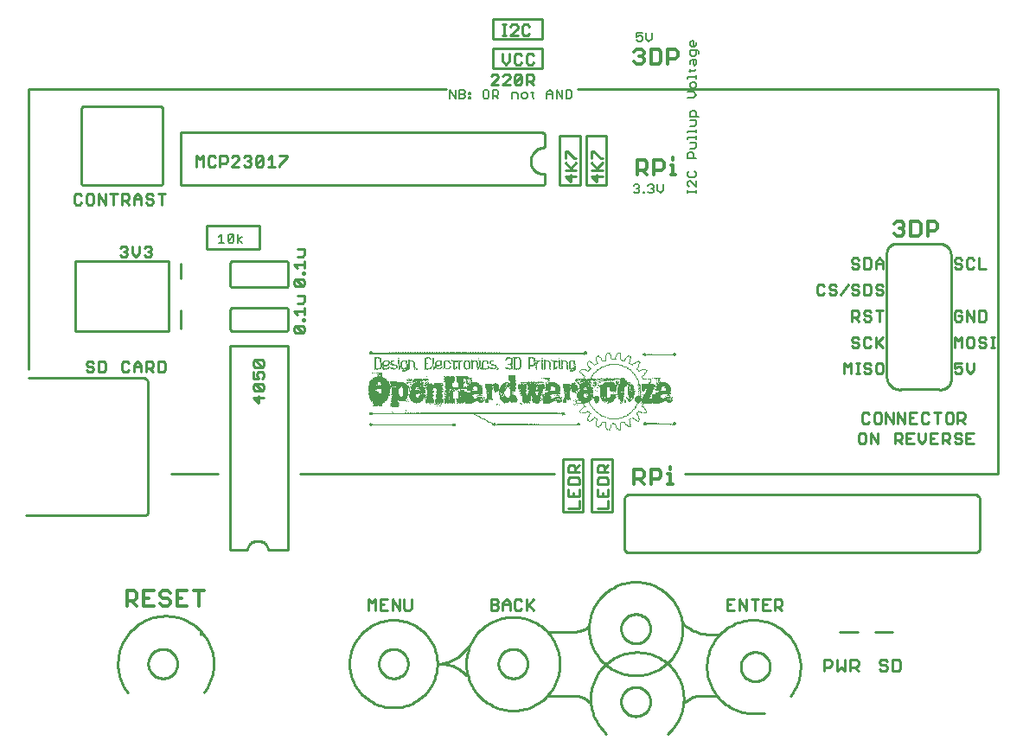
<source format=gto>
G75*
G70*
%OFA0B0*%
%FSLAX24Y24*%
%IPPOS*%
%LPD*%
%AMOC8*
5,1,8,0,0,1.08239X$1,22.5*
%
%ADD10R,0.0026X0.0026*%
%ADD11R,0.0052X0.0026*%
%ADD12R,0.0052X0.0026*%
%ADD13R,0.0104X0.0026*%
%ADD14R,0.0078X0.0026*%
%ADD15R,0.1820X0.0026*%
%ADD16R,0.3328X0.0026*%
%ADD17R,0.2938X0.0026*%
%ADD18R,0.0156X0.0026*%
%ADD19R,0.0104X0.0026*%
%ADD20R,0.0130X0.0026*%
%ADD21R,0.1144X0.0026*%
%ADD22R,0.1040X0.0026*%
%ADD23R,0.0442X0.0026*%
%ADD24R,0.0416X0.0026*%
%ADD25R,0.7540X0.0026*%
%ADD26R,0.5278X0.0026*%
%ADD27R,0.0286X0.0026*%
%ADD28R,0.0338X0.0026*%
%ADD29R,0.0312X0.0026*%
%ADD30R,0.0182X0.0026*%
%ADD31R,0.0364X0.0026*%
%ADD32R,0.0234X0.0026*%
%ADD33R,0.0260X0.0026*%
%ADD34R,0.0390X0.0026*%
%ADD35R,0.0442X0.0026*%
%ADD36R,0.0364X0.0026*%
%ADD37R,0.0208X0.0026*%
%ADD38R,0.0806X0.0026*%
%ADD39R,0.0494X0.0026*%
%ADD40R,0.0312X0.0026*%
%ADD41R,0.0754X0.0026*%
%ADD42R,0.0182X0.0026*%
%ADD43R,0.0858X0.0026*%
%ADD44R,0.0572X0.0026*%
%ADD45R,0.0624X0.0026*%
%ADD46R,0.0910X0.0026*%
%ADD47R,0.0598X0.0026*%
%ADD48R,0.0468X0.0026*%
%ADD49R,0.0650X0.0026*%
%ADD50R,0.0520X0.0026*%
%ADD51R,0.0676X0.0026*%
%ADD52R,0.0780X0.0026*%
%ADD53R,0.0546X0.0026*%
%ADD54R,0.1014X0.0026*%
%ADD55R,0.0702X0.0026*%
%ADD56R,0.0234X0.0026*%
%ADD57R,0.0728X0.0026*%
%ADD58R,0.0936X0.0026*%
%ADD59R,0.0572X0.0026*%
%ADD60R,0.0832X0.0026*%
%ADD61R,0.1066X0.0026*%
%ADD62R,0.0702X0.0026*%
%ADD63R,0.0494X0.0026*%
%ADD64R,0.0962X0.0026*%
%ADD65R,0.8372X0.0026*%
%ADD66C,0.0120*%
%ADD67C,0.0100*%
%ADD68C,0.0090*%
%ADD69C,0.0070*%
D10*
X016186Y012789D03*
X016264Y012789D03*
X016316Y012789D03*
X016368Y012789D03*
X016420Y012789D03*
X016004Y012867D03*
X016836Y013309D03*
X016862Y013283D03*
X017330Y013257D03*
X017382Y013257D03*
X017434Y013257D03*
X017486Y013257D03*
X017538Y013257D03*
X017590Y013257D03*
X017642Y013257D03*
X017694Y013257D03*
X017382Y013335D03*
X017382Y013361D03*
X017408Y013699D03*
X017382Y013725D03*
X017382Y013751D03*
X017434Y013777D03*
X017460Y013699D03*
X017772Y013647D03*
X017798Y014011D03*
X017850Y014011D03*
X017902Y014011D03*
X017954Y014011D03*
X018084Y013985D03*
X018110Y013829D03*
X018110Y013803D03*
X018188Y013647D03*
X018266Y013647D03*
X018318Y013595D03*
X018344Y013647D03*
X018422Y013647D03*
X018526Y013647D03*
X018578Y013647D03*
X018630Y013647D03*
X018656Y013621D03*
X018682Y013647D03*
X018734Y013647D03*
X018864Y013647D03*
X018916Y013647D03*
X018968Y013647D03*
X019020Y013647D03*
X019072Y013647D03*
X019124Y013647D03*
X019176Y013647D03*
X019228Y013647D03*
X019332Y013647D03*
X019384Y013647D03*
X019436Y013647D03*
X019488Y013647D03*
X019540Y013647D03*
X019176Y013829D03*
X019176Y013855D03*
X019150Y013881D03*
X019124Y013855D03*
X019072Y013855D03*
X018864Y013959D03*
X018864Y013985D03*
X018864Y014011D03*
X018864Y014037D03*
X018864Y014115D03*
X019046Y014141D03*
X019124Y014167D03*
X019306Y014141D03*
X019384Y014089D03*
X019410Y014115D03*
X019462Y014141D03*
X019488Y014167D03*
X019436Y014193D03*
X019618Y014089D03*
X019618Y014401D03*
X019644Y014427D03*
X019644Y014453D03*
X019644Y014479D03*
X019722Y014531D03*
X019800Y014531D03*
X019852Y014479D03*
X019904Y014479D03*
X019800Y014453D03*
X019722Y014947D03*
X019904Y015051D03*
X019904Y015155D03*
X019904Y015311D03*
X020190Y015311D03*
X020190Y015363D03*
X020190Y015597D03*
X020138Y015597D03*
X020086Y015597D03*
X020034Y015597D03*
X019982Y015597D03*
X019930Y015597D03*
X019878Y015597D03*
X019826Y015597D03*
X019774Y015597D03*
X019722Y015597D03*
X019670Y015597D03*
X020242Y015597D03*
X020294Y015597D03*
X020346Y015597D03*
X020398Y015597D03*
X020450Y015597D03*
X020528Y015597D03*
X020606Y015597D03*
X020684Y015597D03*
X020762Y015597D03*
X020866Y015597D03*
X020970Y015597D03*
X020736Y015129D03*
X020554Y015077D03*
X020424Y014947D03*
X020372Y014947D03*
X020320Y014947D03*
X020216Y015025D03*
X020216Y015051D03*
X020112Y015051D03*
X020112Y015077D03*
X020138Y014947D03*
X020892Y014999D03*
X021360Y014947D03*
X021542Y014947D03*
X021594Y014947D03*
X021646Y014947D03*
X021698Y014947D03*
X021776Y015051D03*
X021646Y015363D03*
X021594Y015363D03*
X022166Y015363D03*
X022322Y015233D03*
X022322Y015155D03*
X022400Y015129D03*
X022400Y015077D03*
X022400Y015025D03*
X022400Y014973D03*
X022400Y014947D03*
X022634Y014947D03*
X022712Y014947D03*
X022920Y014999D03*
X022946Y014947D03*
X023076Y014947D03*
X023284Y015025D03*
X023284Y015051D03*
X023362Y015103D03*
X023362Y015311D03*
X023258Y015311D03*
X023258Y015363D03*
X022972Y015311D03*
X022608Y015207D03*
X022608Y015181D03*
X022400Y015285D03*
X023570Y015129D03*
X023596Y014947D03*
X023752Y014947D03*
X023856Y015103D03*
X023856Y015155D03*
X024142Y014947D03*
X024116Y014895D03*
X024090Y014869D03*
X024090Y014843D03*
X024116Y014817D03*
X024142Y014791D03*
X024168Y014765D03*
X024246Y014687D03*
X024272Y014661D03*
X024246Y014635D03*
X024246Y014609D03*
X024220Y014583D03*
X024090Y014583D03*
X023986Y014531D03*
X023934Y014479D03*
X023882Y014453D03*
X023908Y014401D03*
X023960Y014297D03*
X023986Y014245D03*
X023986Y014141D03*
X023960Y014115D03*
X024246Y014011D03*
X024298Y014011D03*
X024350Y013985D03*
X024428Y014011D03*
X024480Y014011D03*
X024532Y014011D03*
X024532Y013985D03*
X024584Y013881D03*
X024428Y013673D03*
X024454Y013647D03*
X024454Y013621D03*
X024480Y013595D03*
X024480Y013569D03*
X024506Y013543D03*
X024532Y013517D03*
X024532Y013491D03*
X024558Y013465D03*
X024584Y013439D03*
X024610Y013387D03*
X024636Y013361D03*
X024662Y013335D03*
X024792Y013231D03*
X024636Y013101D03*
X024610Y013049D03*
X024740Y013023D03*
X024740Y012997D03*
X024740Y012971D03*
X024714Y012945D03*
X024714Y012919D03*
X024714Y012893D03*
X024714Y012867D03*
X024714Y012841D03*
X024714Y012815D03*
X024714Y012789D03*
X024714Y012763D03*
X024792Y012711D03*
X024818Y012737D03*
X024896Y012815D03*
X024922Y012841D03*
X024922Y012867D03*
X024948Y012893D03*
X025078Y012867D03*
X025078Y012841D03*
X025078Y012815D03*
X025078Y012789D03*
X025078Y012763D03*
X025078Y012737D03*
X025078Y012711D03*
X025104Y012685D03*
X025104Y012659D03*
X025104Y012633D03*
X025130Y012607D03*
X025156Y012633D03*
X025208Y012633D03*
X025234Y012659D03*
X025234Y012685D03*
X025260Y012711D03*
X025286Y012737D03*
X025286Y012763D03*
X025286Y012789D03*
X025286Y012815D03*
X025338Y012867D03*
X025390Y012867D03*
X025442Y012815D03*
X025442Y012789D03*
X025468Y012763D03*
X025468Y012737D03*
X025468Y012711D03*
X025494Y012685D03*
X025520Y012633D03*
X025572Y012633D03*
X025624Y012633D03*
X025624Y012607D03*
X025624Y012659D03*
X025650Y012685D03*
X025650Y012711D03*
X025650Y012737D03*
X025650Y012763D03*
X025650Y012789D03*
X025650Y012815D03*
X025650Y012841D03*
X025650Y012867D03*
X025806Y012867D03*
X025806Y012893D03*
X025832Y012841D03*
X026014Y012841D03*
X026014Y012815D03*
X026040Y012789D03*
X026014Y012763D03*
X026014Y012867D03*
X026014Y012893D03*
X026014Y012919D03*
X026014Y012945D03*
X026014Y012971D03*
X025988Y012997D03*
X026040Y013049D03*
X026170Y013023D03*
X026352Y013049D03*
X026352Y013075D03*
X026352Y013101D03*
X026326Y013127D03*
X026326Y013153D03*
X026300Y013179D03*
X026274Y013231D03*
X026300Y013283D03*
X026352Y013335D03*
X026196Y013439D03*
X026170Y013413D03*
X026144Y013387D03*
X026118Y013361D03*
X026092Y013335D03*
X026066Y013309D03*
X026040Y013283D03*
X026222Y013491D03*
X026248Y013517D03*
X026248Y013543D03*
X026274Y013569D03*
X026274Y013595D03*
X026300Y013621D03*
X026456Y013647D03*
X026508Y013621D03*
X026508Y013595D03*
X026508Y013569D03*
X026482Y013543D03*
X026482Y013517D03*
X026534Y013465D03*
X026560Y013439D03*
X026586Y013413D03*
X026612Y013387D03*
X026612Y013361D03*
X026638Y013335D03*
X026638Y013309D03*
X026612Y013283D03*
X026378Y013023D03*
X026378Y012997D03*
X026352Y012971D03*
X026586Y012789D03*
X027002Y012867D03*
X027054Y012867D03*
X027106Y012867D03*
X027574Y012815D03*
X027600Y012841D03*
X026846Y013647D03*
X026690Y013647D03*
X026638Y013647D03*
X026794Y013907D03*
X026872Y013959D03*
X026612Y014193D03*
X026456Y014063D03*
X026404Y014063D03*
X026404Y014037D03*
X026404Y014011D03*
X026404Y013985D03*
X026404Y013959D03*
X026404Y013933D03*
X026352Y013933D03*
X026352Y014011D03*
X026352Y014063D03*
X026352Y014089D03*
X026352Y014115D03*
X026352Y014167D03*
X026352Y014219D03*
X026352Y014271D03*
X026404Y014271D03*
X026404Y014219D03*
X026404Y014167D03*
X026404Y014115D03*
X026404Y014089D03*
X026482Y013985D03*
X026300Y014323D03*
X026352Y014401D03*
X026352Y014427D03*
X026352Y014453D03*
X026326Y014479D03*
X026326Y014505D03*
X026300Y014531D03*
X026300Y014557D03*
X026274Y014583D03*
X026274Y014609D03*
X026248Y014635D03*
X026248Y014661D03*
X026222Y014687D03*
X026196Y014713D03*
X026170Y014765D03*
X026144Y014791D03*
X026118Y014817D03*
X026092Y014843D03*
X026066Y014869D03*
X026040Y014895D03*
X025962Y014947D03*
X026092Y015103D03*
X026118Y015129D03*
X026144Y015155D03*
X026014Y015155D03*
X025988Y015181D03*
X025988Y015207D03*
X026014Y015233D03*
X026014Y015259D03*
X026014Y015285D03*
X026014Y015311D03*
X026014Y015337D03*
X026040Y015363D03*
X026014Y015389D03*
X026040Y015415D03*
X025884Y015415D03*
X025858Y015389D03*
X025832Y015363D03*
X025806Y015311D03*
X025780Y015259D03*
X025650Y015337D03*
X025650Y015363D03*
X025650Y015389D03*
X025650Y015415D03*
X025650Y015441D03*
X025650Y015467D03*
X025650Y015493D03*
X025624Y015519D03*
X025624Y015545D03*
X025520Y015545D03*
X025494Y015519D03*
X025494Y015493D03*
X025468Y015467D03*
X025468Y015441D03*
X025442Y015415D03*
X025442Y015389D03*
X025442Y015363D03*
X025286Y015363D03*
X025286Y015389D03*
X025286Y015415D03*
X025286Y015441D03*
X025260Y015467D03*
X025260Y015493D03*
X025234Y015519D03*
X025208Y015545D03*
X025104Y015545D03*
X025104Y015519D03*
X025104Y015493D03*
X025078Y015467D03*
X025078Y015441D03*
X025078Y015415D03*
X025078Y015389D03*
X025078Y015363D03*
X025078Y015337D03*
X025078Y015311D03*
X024948Y015259D03*
X024922Y015311D03*
X024922Y015337D03*
X024896Y015363D03*
X024870Y015389D03*
X024844Y015415D03*
X024818Y015441D03*
X024714Y015415D03*
X024714Y015389D03*
X024714Y015363D03*
X024714Y015337D03*
X024714Y015311D03*
X024714Y015285D03*
X024714Y015259D03*
X024740Y015233D03*
X024740Y015207D03*
X024636Y015103D03*
X024610Y015129D03*
X024584Y015155D03*
X024558Y015181D03*
X024428Y015259D03*
X024402Y015233D03*
X024376Y015207D03*
X024376Y015181D03*
X024376Y015155D03*
X024376Y015129D03*
X024376Y015103D03*
X024402Y015077D03*
X024402Y015051D03*
X024428Y015025D03*
X024454Y014947D03*
X024636Y014817D03*
X024610Y014765D03*
X024584Y014739D03*
X024558Y014713D03*
X024532Y014687D03*
X024532Y014661D03*
X024506Y014635D03*
X024480Y014583D03*
X024506Y014427D03*
X024506Y014401D03*
X024610Y014297D03*
X024636Y014271D03*
X024662Y014297D03*
X024584Y014219D03*
X024584Y014193D03*
X024688Y014141D03*
X024740Y014115D03*
X024766Y014401D03*
X024714Y014427D03*
X024662Y014453D03*
X024688Y014479D03*
X024740Y014505D03*
X024740Y014557D03*
X024766Y014583D03*
X024818Y014583D03*
X024870Y014583D03*
X024870Y014557D03*
X024922Y014583D03*
X024922Y014609D03*
X025104Y014609D03*
X025156Y014609D03*
X025234Y014609D03*
X025234Y014505D03*
X025182Y014505D03*
X025286Y014479D03*
X025338Y014505D03*
X025416Y014531D03*
X025442Y014557D03*
X025494Y014557D03*
X025520Y014505D03*
X025520Y014453D03*
X025468Y014453D03*
X025416Y014401D03*
X025546Y014401D03*
X025572Y014453D03*
X025572Y014479D03*
X025546Y014609D03*
X025468Y014609D03*
X025416Y014609D03*
X025442Y014063D03*
X025390Y014037D03*
X025728Y014063D03*
X025728Y014089D03*
X025884Y013855D03*
X025806Y013777D03*
X025702Y013673D03*
X025624Y013673D03*
X025624Y013647D03*
X025182Y013647D03*
X025130Y013647D03*
X025052Y013673D03*
X025052Y013725D03*
X025000Y013699D03*
X024896Y013855D03*
X025078Y013881D03*
X024714Y013647D03*
X024272Y013647D03*
X024220Y013621D03*
X024220Y013595D03*
X024246Y013569D03*
X024246Y013543D03*
X024194Y013465D03*
X024168Y013439D03*
X024142Y013413D03*
X024142Y013387D03*
X024116Y013361D03*
X024090Y013335D03*
X024090Y013309D03*
X024116Y013283D03*
X024376Y013335D03*
X024428Y013283D03*
X024454Y013257D03*
X024454Y013205D03*
X024428Y013179D03*
X024428Y013153D03*
X024402Y013127D03*
X024402Y013101D03*
X024376Y013075D03*
X024376Y013049D03*
X024376Y013023D03*
X023856Y012815D03*
X023804Y012815D03*
X023752Y012815D03*
X023414Y013179D03*
X023258Y013257D03*
X023206Y013257D03*
X022478Y012841D03*
X022400Y012841D03*
X022348Y012841D03*
X022296Y012841D03*
X022244Y012841D03*
X022192Y012841D03*
X022036Y012789D03*
X021984Y012789D03*
X021932Y012789D03*
X021828Y012789D03*
X021698Y012789D03*
X020762Y012763D03*
X020866Y013569D03*
X020866Y013595D03*
X020918Y013595D03*
X020970Y013569D03*
X021178Y013647D03*
X021178Y013881D03*
X021204Y013907D03*
X021178Y013933D03*
X021178Y013959D03*
X021100Y013985D03*
X020996Y013959D03*
X020970Y014037D03*
X021178Y014089D03*
X021230Y014245D03*
X021568Y014089D03*
X021750Y014167D03*
X021724Y014375D03*
X021802Y014427D03*
X021828Y014453D03*
X021880Y014453D03*
X021854Y014401D03*
X021880Y014375D03*
X021906Y014401D03*
X021932Y014427D03*
X022114Y014479D03*
X022192Y014479D03*
X022296Y014479D03*
X022478Y014479D03*
X022478Y014427D03*
X022478Y014401D03*
X022452Y014375D03*
X022530Y014375D03*
X022530Y014427D03*
X022530Y014479D03*
X022608Y014479D03*
X022660Y014375D03*
X022790Y014401D03*
X022790Y014453D03*
X022842Y014479D03*
X022608Y014609D03*
X022426Y014167D03*
X022608Y013803D03*
X022582Y013751D03*
X022140Y013621D03*
X022036Y013647D03*
X021932Y013647D03*
X021854Y013595D03*
X021802Y013595D03*
X021802Y013621D03*
X021776Y013647D03*
X021594Y013673D03*
X021542Y013673D03*
X021490Y013673D03*
X021438Y013673D03*
X020710Y013777D03*
X020658Y013777D03*
X020606Y013777D03*
X020372Y013855D03*
X020294Y013829D03*
X020294Y013777D03*
X020242Y013803D03*
X020112Y013907D03*
X018760Y014375D03*
X018838Y014661D03*
X018890Y014661D03*
X018812Y014973D03*
X018708Y014973D03*
X018656Y015077D03*
X018734Y015181D03*
X018422Y015129D03*
X018422Y015103D03*
X018422Y015077D03*
X018448Y014947D03*
X018214Y014947D03*
X018162Y014947D03*
X018110Y014947D03*
X018162Y014661D03*
X018214Y014479D03*
X018188Y014453D03*
X018240Y014427D03*
X018344Y014401D03*
X018110Y014219D03*
X018032Y014427D03*
X017980Y014479D03*
X017694Y014557D03*
X017590Y014557D03*
X017564Y014505D03*
X017564Y014453D03*
X017538Y014427D03*
X017512Y014453D03*
X017486Y014427D03*
X017486Y014297D03*
X017486Y014271D03*
X017512Y014245D03*
X017512Y014219D03*
X017512Y014193D03*
X017512Y014167D03*
X017512Y014141D03*
X017798Y014219D03*
X017642Y014453D03*
X016914Y014271D03*
X016836Y014193D03*
X016706Y014479D03*
X016342Y014323D03*
X016290Y014323D03*
X016316Y014063D03*
X016030Y013699D03*
X016316Y014687D03*
X016316Y014817D03*
X016238Y014817D03*
X016186Y014791D03*
X016160Y014817D03*
X016186Y014947D03*
X016238Y014947D03*
X016290Y014947D03*
X016394Y014817D03*
X016498Y014947D03*
X016550Y014947D03*
X016602Y014947D03*
X016628Y015077D03*
X016394Y015181D03*
X016394Y015207D03*
X016238Y015363D03*
X016732Y015597D03*
X016836Y015597D03*
X016914Y015597D03*
X016966Y015597D03*
X017018Y015597D03*
X017070Y015597D03*
X017122Y015597D03*
X017174Y015597D03*
X017226Y015597D03*
X017278Y015597D03*
X017330Y015597D03*
X017382Y015597D03*
X017434Y015597D03*
X017486Y015597D03*
X017538Y015597D03*
X017590Y015597D03*
X017642Y015597D03*
X017694Y015597D03*
X017746Y015597D03*
X017798Y015597D03*
X017850Y015597D03*
X017902Y015597D03*
X017954Y015597D03*
X018006Y015597D03*
X018058Y015597D03*
X018110Y015597D03*
X018162Y015597D03*
X018214Y015597D03*
X018266Y015597D03*
X018318Y015597D03*
X018370Y015597D03*
X018422Y015597D03*
X018474Y015597D03*
X018526Y015597D03*
X018578Y015597D03*
X018630Y015597D03*
X018682Y015597D03*
X018734Y015597D03*
X018864Y015597D03*
X018994Y015597D03*
X019124Y015311D03*
X019072Y015077D03*
X019072Y015051D03*
X019046Y014973D03*
X019228Y014947D03*
X019332Y015051D03*
X019436Y014947D03*
X018422Y014037D03*
X018422Y013985D03*
X018578Y013543D03*
X017694Y014947D03*
X017694Y014973D03*
X017694Y014999D03*
X017746Y014999D03*
X017486Y014947D03*
X017278Y014947D03*
X017122Y014947D03*
X017096Y015051D03*
X017096Y015103D03*
X017096Y015129D03*
X016914Y015129D03*
X016914Y014947D03*
X017382Y015155D03*
X017382Y015181D03*
X022010Y014089D03*
X023102Y013933D03*
X023206Y013985D03*
X023284Y013907D03*
X023284Y013881D03*
X023362Y013855D03*
X023596Y013777D03*
X023648Y013777D03*
X023700Y013777D03*
X023856Y013751D03*
X023856Y013725D03*
X023908Y013777D03*
X023934Y013725D03*
X023960Y013751D03*
X023934Y013673D03*
X023934Y013647D03*
X023908Y013595D03*
X023882Y013569D03*
X023856Y013595D03*
X023960Y013569D03*
X024272Y014219D03*
X024116Y014453D03*
X024038Y014453D03*
X024714Y014869D03*
X024792Y014947D03*
X024246Y015519D03*
X026014Y014401D03*
X026066Y014375D03*
X026092Y014323D03*
X026508Y014583D03*
X026508Y014609D03*
X026482Y014635D03*
X026482Y014661D03*
X026534Y014713D03*
X026560Y014739D03*
X026586Y014765D03*
X026586Y014791D03*
X026612Y014817D03*
X026638Y014843D03*
X026638Y014869D03*
X026612Y014921D03*
X026586Y014947D03*
X026326Y014895D03*
X026300Y014921D03*
X026274Y014947D03*
X026274Y014973D03*
X026300Y014999D03*
X026326Y015025D03*
X026326Y015051D03*
X026352Y015077D03*
X026352Y015103D03*
X026352Y015129D03*
X026378Y015155D03*
X026378Y015181D03*
X026326Y015259D03*
X026560Y015571D03*
X026716Y015545D03*
X026768Y015545D03*
X026846Y015545D03*
X027470Y015493D03*
X027496Y015519D03*
X027158Y014479D03*
X027106Y014479D03*
X027054Y014505D03*
X027028Y014427D03*
X026820Y014479D03*
X026794Y014505D03*
X026794Y014531D03*
X026872Y014609D03*
X026638Y014583D03*
X026092Y013803D03*
X026066Y013777D03*
X027366Y013907D03*
X027496Y013803D03*
X027548Y013777D03*
X027548Y013829D03*
X027548Y013907D03*
X027626Y013855D03*
D11*
X027431Y013699D03*
X026495Y013491D03*
X026001Y013257D03*
X025975Y013231D03*
X025845Y013153D03*
X026001Y013023D03*
X026131Y013049D03*
X026235Y012971D03*
X025871Y012789D03*
X025845Y012815D03*
X025325Y012841D03*
X025195Y012607D03*
X024831Y012763D03*
X024701Y013049D03*
X024571Y013023D03*
X024545Y012997D03*
X024701Y013309D03*
X024831Y013205D03*
X024285Y013283D03*
X024961Y013881D03*
X024805Y014297D03*
X024805Y014531D03*
X024805Y014557D03*
X024675Y014843D03*
X024831Y014973D03*
X024675Y015129D03*
X024441Y014999D03*
X024441Y014921D03*
X024415Y014895D03*
X024311Y014895D03*
X024181Y014739D03*
X024051Y014531D03*
X024415Y014427D03*
X024441Y014453D03*
X025351Y014453D03*
X025481Y014479D03*
X025481Y014401D03*
X026001Y014921D03*
X025845Y015025D03*
X025715Y015077D03*
X026001Y015441D03*
X026365Y015207D03*
X026625Y014895D03*
X026495Y014687D03*
X026755Y014427D03*
X026781Y014453D03*
X027015Y014557D03*
X027041Y014401D03*
X026495Y014115D03*
X026365Y014297D03*
X026365Y014323D03*
X026001Y013829D03*
X023661Y015025D03*
X023661Y015051D03*
X023661Y015077D03*
X023661Y015103D03*
X023661Y015129D03*
X023661Y015155D03*
X023661Y015181D03*
X023661Y015207D03*
X023375Y015207D03*
X023375Y015181D03*
X023375Y015155D03*
X023375Y015129D03*
X023375Y015077D03*
X023375Y015051D03*
X023375Y015025D03*
X023375Y014999D03*
X023375Y014973D03*
X023271Y014999D03*
X023271Y015077D03*
X023271Y015103D03*
X023271Y015129D03*
X023271Y015155D03*
X023271Y015181D03*
X023271Y015207D03*
X023271Y015233D03*
X023271Y015259D03*
X023271Y015285D03*
X023375Y015285D03*
X022881Y015233D03*
X022621Y015129D03*
X022621Y015103D03*
X022621Y015077D03*
X022621Y015051D03*
X022621Y015025D03*
X022621Y014999D03*
X022621Y014973D03*
X022595Y015155D03*
X022595Y015233D03*
X022595Y015259D03*
X022595Y015285D03*
X022595Y015311D03*
X022595Y015363D03*
X022335Y015207D03*
X022335Y015181D03*
X022101Y015181D03*
X022101Y015155D03*
X022101Y015129D03*
X022101Y015051D03*
X022101Y015025D03*
X022101Y014999D03*
X022101Y014973D03*
X022101Y015207D03*
X022101Y015233D03*
X022101Y015259D03*
X022101Y015285D03*
X022101Y015311D03*
X022101Y015337D03*
X022101Y015363D03*
X021451Y015311D03*
X021451Y015285D03*
X021451Y015259D03*
X021451Y015233D03*
X021451Y015207D03*
X021425Y015181D03*
X021451Y015077D03*
X021451Y015051D03*
X021451Y015025D03*
X021425Y015337D03*
X020905Y014973D03*
X020541Y015025D03*
X020541Y015051D03*
X020515Y015181D03*
X020515Y015207D03*
X020125Y015025D03*
X020125Y014999D03*
X020125Y014973D03*
X019891Y014973D03*
X019891Y014999D03*
X019891Y015025D03*
X019891Y015077D03*
X019891Y015103D03*
X019891Y015129D03*
X019891Y015181D03*
X019891Y015285D03*
X019631Y015233D03*
X019605Y015207D03*
X019605Y015181D03*
X019605Y015155D03*
X019605Y015129D03*
X019605Y015103D03*
X019605Y015077D03*
X019605Y015051D03*
X019605Y015025D03*
X019215Y015025D03*
X019215Y014999D03*
X019215Y015051D03*
X019215Y015077D03*
X019215Y015103D03*
X019215Y015129D03*
X019215Y015155D03*
X019215Y015181D03*
X019215Y015207D03*
X019215Y015233D03*
X018851Y015233D03*
X018825Y015207D03*
X018825Y015181D03*
X018825Y015155D03*
X018825Y015129D03*
X018825Y015103D03*
X018825Y015077D03*
X018825Y015051D03*
X018825Y015025D03*
X018825Y014999D03*
X018721Y015155D03*
X018721Y015207D03*
X018435Y015051D03*
X018435Y015025D03*
X018435Y014999D03*
X018435Y014973D03*
X018331Y015025D03*
X018331Y015051D03*
X018305Y015337D03*
X017681Y015181D03*
X017681Y015155D03*
X017681Y015129D03*
X017681Y015103D03*
X017681Y015077D03*
X017681Y015051D03*
X017681Y015025D03*
X017655Y015233D03*
X017395Y015129D03*
X017395Y015103D03*
X017395Y015077D03*
X017395Y015051D03*
X017395Y015025D03*
X017395Y014947D03*
X017005Y015025D03*
X017005Y015051D03*
X016875Y015285D03*
X016771Y015207D03*
X016511Y015233D03*
X016485Y015207D03*
X016485Y015181D03*
X016485Y015155D03*
X016485Y015129D03*
X016485Y015051D03*
X016485Y015025D03*
X016485Y014999D03*
X016381Y015233D03*
X016381Y015259D03*
X016381Y015285D03*
X016381Y015311D03*
X016381Y015337D03*
X016251Y014791D03*
X017421Y014531D03*
X017421Y014453D03*
X017421Y014401D03*
X017525Y014375D03*
X018695Y013595D03*
X019085Y013881D03*
X019111Y014141D03*
X019345Y014167D03*
X019371Y014193D03*
X019631Y014271D03*
X019865Y014453D03*
X019865Y014505D03*
X019865Y014531D03*
X021061Y013959D03*
X021555Y014115D03*
X021971Y014453D03*
X022075Y014453D03*
X022595Y014375D03*
X022751Y014557D03*
X022855Y014531D03*
X022595Y013777D03*
X022361Y013647D03*
X022101Y012789D03*
X020515Y012945D03*
X020411Y012997D03*
X020255Y013075D03*
X020125Y013153D03*
X019605Y015597D03*
X019371Y015597D03*
X019215Y015597D03*
X016251Y013543D03*
X016095Y013543D03*
X016485Y012789D03*
D12*
X017759Y013257D03*
X017837Y013257D03*
X018669Y013543D03*
X018019Y014011D03*
X018123Y014297D03*
X018123Y014401D03*
X018019Y014401D03*
X017967Y014453D03*
X018123Y014505D03*
X017733Y014453D03*
X017577Y014531D03*
X017499Y014531D03*
X017473Y014557D03*
X017499Y014115D03*
X016823Y014271D03*
X016407Y013543D03*
X016329Y013543D03*
X016173Y013543D03*
X016069Y014791D03*
X016173Y014999D03*
X016173Y015025D03*
X016173Y015051D03*
X016173Y015077D03*
X016173Y015103D03*
X016173Y015129D03*
X016173Y015155D03*
X016173Y015181D03*
X016173Y015207D03*
X016173Y015233D03*
X016173Y015259D03*
X016173Y015285D03*
X016173Y015311D03*
X016173Y015337D03*
X016173Y015363D03*
X016407Y015155D03*
X016407Y015129D03*
X016407Y015103D03*
X016407Y015077D03*
X016407Y015051D03*
X016407Y015025D03*
X016719Y015025D03*
X016693Y015155D03*
X016719Y015181D03*
X016693Y015207D03*
X016693Y015233D03*
X016797Y015233D03*
X016797Y015181D03*
X016797Y015155D03*
X017083Y015155D03*
X017083Y015181D03*
X017083Y015207D03*
X017083Y015233D03*
X017083Y015259D03*
X017083Y015285D03*
X017083Y015311D03*
X017083Y015363D03*
X017187Y015207D03*
X017187Y015181D03*
X017187Y015155D03*
X017187Y015129D03*
X017187Y015103D03*
X017187Y015077D03*
X017187Y015051D03*
X017187Y015025D03*
X017109Y015025D03*
X017109Y014999D03*
X017109Y014973D03*
X017109Y015077D03*
X017369Y015207D03*
X017369Y015233D03*
X017369Y015285D03*
X017473Y015285D03*
X017473Y015311D03*
X017473Y015181D03*
X017473Y015155D03*
X017473Y015129D03*
X017473Y015103D03*
X017473Y015077D03*
X017473Y015051D03*
X017473Y015025D03*
X017473Y014999D03*
X017473Y014973D03*
X017759Y014973D03*
X017759Y014947D03*
X017759Y014921D03*
X018097Y014999D03*
X018097Y015025D03*
X018097Y015051D03*
X018097Y015077D03*
X018097Y015103D03*
X018097Y015129D03*
X018097Y015207D03*
X018097Y015233D03*
X018097Y015259D03*
X018097Y015285D03*
X018097Y015311D03*
X018123Y015337D03*
X018409Y015337D03*
X018409Y015311D03*
X018409Y015285D03*
X018409Y015259D03*
X018409Y015233D03*
X018409Y015207D03*
X018409Y015181D03*
X018409Y015155D03*
X018513Y015155D03*
X018513Y015129D03*
X018513Y015181D03*
X018513Y015207D03*
X018539Y015233D03*
X018513Y015051D03*
X018513Y015025D03*
X018513Y014999D03*
X018747Y015025D03*
X019059Y015025D03*
X019059Y015181D03*
X019033Y015207D03*
X019319Y015025D03*
X019423Y015025D03*
X019423Y014999D03*
X019423Y014973D03*
X019423Y015051D03*
X019423Y015077D03*
X019423Y015103D03*
X019423Y015129D03*
X019423Y015155D03*
X019423Y015181D03*
X019423Y015207D03*
X019423Y015285D03*
X019449Y015597D03*
X019527Y015597D03*
X019293Y015597D03*
X019137Y015597D03*
X019059Y015597D03*
X018929Y015597D03*
X018799Y015597D03*
X018409Y015363D03*
X019189Y014661D03*
X019813Y015025D03*
X019813Y015051D03*
X019813Y015077D03*
X019813Y015103D03*
X019813Y015129D03*
X019813Y015155D03*
X019813Y015181D03*
X019813Y015207D03*
X019787Y015233D03*
X019917Y015207D03*
X020073Y015233D03*
X020099Y015207D03*
X020099Y015181D03*
X020099Y015155D03*
X020099Y015129D03*
X020099Y015103D03*
X020203Y015103D03*
X020203Y015077D03*
X020203Y015129D03*
X020203Y015155D03*
X020203Y015181D03*
X020203Y015207D03*
X020203Y015233D03*
X020203Y015259D03*
X020203Y015285D03*
X020307Y015207D03*
X020307Y015181D03*
X020307Y015155D03*
X020307Y015129D03*
X020307Y015103D03*
X020307Y015077D03*
X020307Y015051D03*
X020307Y015025D03*
X020307Y014999D03*
X020229Y014999D03*
X020229Y014973D03*
X020333Y015233D03*
X020619Y015233D03*
X020619Y015207D03*
X020619Y015181D03*
X020619Y015155D03*
X020697Y015285D03*
X020827Y015051D03*
X020827Y015025D03*
X020879Y014947D03*
X020879Y014921D03*
X021217Y015311D03*
X021243Y015337D03*
X021529Y015337D03*
X021529Y015311D03*
X021529Y015285D03*
X021529Y015259D03*
X021529Y015233D03*
X021529Y015207D03*
X021529Y015181D03*
X021529Y015155D03*
X021529Y015129D03*
X021529Y015103D03*
X021529Y015077D03*
X021529Y015051D03*
X021529Y015025D03*
X021529Y014999D03*
X021763Y015025D03*
X021763Y015077D03*
X021763Y015103D03*
X021763Y015129D03*
X021763Y015155D03*
X021763Y015181D03*
X021763Y015207D03*
X021763Y015233D03*
X021763Y015259D03*
X021763Y015285D03*
X021763Y015311D03*
X021737Y015337D03*
X021529Y015363D03*
X022309Y015337D03*
X022309Y015311D03*
X022309Y015285D03*
X022309Y015259D03*
X022413Y015207D03*
X022413Y015181D03*
X022387Y015155D03*
X022387Y015103D03*
X022387Y015051D03*
X022387Y014999D03*
X022309Y015129D03*
X022699Y015129D03*
X022699Y015103D03*
X022699Y015077D03*
X022699Y015051D03*
X022699Y015025D03*
X022699Y014999D03*
X022699Y014973D03*
X022699Y015155D03*
X022699Y015181D03*
X022699Y015207D03*
X022699Y015285D03*
X022699Y015311D03*
X022907Y015181D03*
X022907Y015155D03*
X022907Y015129D03*
X022907Y015103D03*
X022907Y015077D03*
X022907Y015051D03*
X022907Y015025D03*
X022907Y014973D03*
X023063Y014999D03*
X023063Y015025D03*
X023063Y015051D03*
X023063Y015077D03*
X023063Y015103D03*
X023063Y015129D03*
X023063Y015155D03*
X023063Y015181D03*
X023063Y015207D03*
X023063Y015233D03*
X023167Y015051D03*
X023167Y015025D03*
X023297Y014973D03*
X023583Y014973D03*
X023583Y014999D03*
X023583Y015025D03*
X023583Y015051D03*
X023583Y015077D03*
X023583Y015103D03*
X023557Y015155D03*
X023557Y015181D03*
X023557Y015207D03*
X023843Y015207D03*
X023843Y015181D03*
X023843Y015233D03*
X023843Y015285D03*
X023869Y015129D03*
X023869Y015077D03*
X023869Y015051D03*
X023869Y015025D03*
X023869Y014947D03*
X024207Y014713D03*
X024207Y014453D03*
X023999Y014401D03*
X023973Y014427D03*
X024493Y014609D03*
X024597Y014505D03*
X024597Y014401D03*
X024649Y014323D03*
X024727Y014245D03*
X024857Y014323D03*
X024883Y013881D03*
X024363Y014011D03*
X024207Y013647D03*
X024259Y013517D03*
X024233Y013491D03*
X024467Y013231D03*
X024597Y013413D03*
X024727Y013283D03*
X024753Y013257D03*
X024883Y013179D03*
X024987Y013127D03*
X024649Y013075D03*
X024493Y012971D03*
X024389Y012971D03*
X024363Y012997D03*
X024753Y012737D03*
X024857Y012789D03*
X025507Y012659D03*
X025559Y012607D03*
X025897Y012763D03*
X026209Y012997D03*
X026287Y013205D03*
X026287Y013257D03*
X026209Y013465D03*
X026313Y013647D03*
X025897Y013803D03*
X025793Y013725D03*
X025819Y013699D03*
X025819Y013673D03*
X025689Y013699D03*
X025637Y013621D03*
X025923Y013205D03*
X025897Y013179D03*
X025949Y014141D03*
X025949Y014193D03*
X025949Y014245D03*
X025949Y014271D03*
X025923Y014401D03*
X026027Y014141D03*
X026729Y014401D03*
X027119Y014453D03*
X027119Y014505D03*
X027119Y014531D03*
X027457Y013985D03*
X027613Y013829D03*
X027613Y013777D03*
X027587Y013751D03*
X026417Y014895D03*
X026183Y014739D03*
X025923Y014973D03*
X025897Y014999D03*
X026053Y015129D03*
X026183Y015181D03*
X026209Y015207D03*
X025949Y015467D03*
X025923Y015441D03*
X025819Y015337D03*
X025663Y015311D03*
X024987Y015051D03*
X024883Y014999D03*
X024753Y014921D03*
X024727Y014895D03*
X024623Y014791D03*
X024467Y014973D03*
X024519Y015207D03*
X024467Y015233D03*
X024727Y015155D03*
X024753Y015181D03*
X024727Y015441D03*
X024779Y015467D03*
X024259Y015623D03*
X022647Y014453D03*
X022673Y013985D03*
X022647Y013933D03*
X023323Y013803D03*
X023349Y013777D03*
X023349Y013829D03*
X023479Y014037D03*
X023687Y012815D03*
X022179Y012789D03*
X022127Y012841D03*
X022049Y012841D03*
X021139Y013907D03*
X021087Y013933D03*
X021009Y013933D03*
X020983Y013985D03*
X020983Y014011D03*
X021087Y014089D03*
X021867Y014427D03*
X020489Y014037D03*
X020359Y013829D03*
X020359Y013777D03*
X020177Y013699D03*
X020203Y013985D03*
X019397Y013985D03*
X019397Y013907D03*
X019397Y013881D03*
X019267Y014167D03*
X019189Y014167D03*
X020073Y013179D03*
X020307Y013049D03*
X020359Y013023D03*
X020463Y012971D03*
X027717Y015467D03*
X027717Y015571D03*
D13*
X027717Y015545D03*
X027561Y015493D03*
X026547Y015493D03*
X026547Y015545D03*
X025741Y015285D03*
X025637Y015103D03*
X025169Y015571D03*
X024259Y015597D03*
X023167Y015233D03*
X022855Y014557D03*
X023817Y014401D03*
X023947Y014505D03*
X024571Y014531D03*
X024701Y013907D03*
X025091Y013829D03*
X025975Y013725D03*
X025975Y014115D03*
X026131Y014089D03*
X026495Y014141D03*
X026495Y014167D03*
X026495Y014193D03*
X027301Y013777D03*
X027535Y013699D03*
X027691Y012867D03*
X026547Y013647D03*
X026365Y013309D03*
X025637Y013075D03*
X025975Y012737D03*
X023999Y012841D03*
X023427Y013205D03*
X021425Y013959D03*
X021425Y014037D03*
X021061Y014037D03*
X020281Y013699D03*
X020047Y013777D03*
X019995Y013283D03*
X019215Y012841D03*
X019215Y012763D03*
X020749Y012789D03*
X019111Y014011D03*
X018955Y014063D03*
X018929Y013881D03*
X018721Y014401D03*
X018981Y014661D03*
X019319Y015233D03*
X019709Y015285D03*
X019917Y015233D03*
X020411Y015285D03*
X020671Y015259D03*
X020645Y014999D03*
X021269Y015363D03*
X021399Y015363D03*
X022257Y015363D03*
X018149Y015363D03*
X017369Y014999D03*
X016849Y015259D03*
X016329Y015363D03*
X015991Y015597D03*
X016381Y014765D03*
X016875Y014037D03*
X017785Y014557D03*
X017915Y014557D03*
X018097Y014531D03*
X018175Y014375D03*
X015991Y013257D03*
X015991Y013205D03*
X016017Y012841D03*
X016017Y012789D03*
D14*
X016004Y012763D03*
X016004Y013283D03*
X016810Y014323D03*
X016394Y014687D03*
X016394Y014713D03*
X016368Y014999D03*
X016680Y014999D03*
X016680Y015129D03*
X016602Y015285D03*
X016992Y015077D03*
X016992Y014999D03*
X017200Y014999D03*
X017382Y014921D03*
X017486Y015207D03*
X017486Y015233D03*
X017590Y015285D03*
X017668Y015207D03*
X017278Y015285D03*
X017200Y015233D03*
X018214Y014531D03*
X018136Y014427D03*
X018214Y014401D03*
X017980Y014297D03*
X017850Y014089D03*
X019098Y014661D03*
X019046Y014999D03*
X019020Y015233D03*
X018942Y015285D03*
X018708Y015233D03*
X018630Y015285D03*
X018708Y015129D03*
X018708Y014999D03*
X018318Y014999D03*
X018266Y015363D03*
X019306Y014999D03*
X019436Y015233D03*
X019514Y015285D03*
X019644Y014999D03*
X019800Y014999D03*
X020008Y015285D03*
X020502Y015233D03*
X020658Y015129D03*
X020814Y015077D03*
X020814Y014999D03*
X020528Y014999D03*
X020814Y014401D03*
X020814Y014063D03*
X020996Y014089D03*
X021100Y014011D03*
X021022Y013907D03*
X021022Y013881D03*
X021412Y014011D03*
X021438Y013985D03*
X021412Y014063D03*
X021802Y014375D03*
X022374Y014401D03*
X022868Y014453D03*
X022868Y014505D03*
X022842Y014583D03*
X023154Y014999D03*
X023388Y015233D03*
X023466Y015285D03*
X023544Y015233D03*
X023674Y015233D03*
X023752Y015285D03*
X023674Y014999D03*
X023856Y014921D03*
X023908Y014531D03*
X023960Y014453D03*
X023908Y014037D03*
X024454Y014297D03*
X024558Y014349D03*
X024610Y014427D03*
X024662Y014375D03*
X024662Y014349D03*
X024688Y014401D03*
X024766Y014323D03*
X024844Y014427D03*
X024818Y014479D03*
X024688Y014531D03*
X024454Y014479D03*
X024376Y014869D03*
X024922Y015025D03*
X025052Y015077D03*
X025780Y015051D03*
X026352Y014869D03*
X026352Y014375D03*
X026352Y014349D03*
X026378Y014245D03*
X026378Y014193D03*
X026378Y014141D03*
X026118Y014141D03*
X026118Y014115D03*
X025936Y014219D03*
X025962Y014427D03*
X025884Y013829D03*
X025988Y013803D03*
X025962Y013699D03*
X026092Y013829D03*
X026768Y013647D03*
X026898Y013985D03*
X027210Y013985D03*
X027574Y013803D03*
X027106Y014557D03*
X027106Y014583D03*
X026560Y015467D03*
X025078Y013855D03*
X025078Y013699D03*
X024974Y013725D03*
X024922Y013153D03*
X025052Y013101D03*
X025130Y013075D03*
X025052Y012893D03*
X024974Y012919D03*
X025416Y012841D03*
X025676Y012893D03*
X025754Y012919D03*
X025728Y013101D03*
X025780Y013127D03*
X026092Y013075D03*
X026300Y012945D03*
X026586Y012893D03*
X026456Y013283D03*
X027704Y012893D03*
X024428Y012945D03*
X024012Y012867D03*
X023414Y013283D03*
X023908Y013699D03*
X023336Y013751D03*
X022946Y013985D03*
X022452Y013647D03*
X020762Y012867D03*
X020658Y012867D03*
X020606Y012893D03*
X020554Y012919D03*
X020216Y013101D03*
X020164Y013127D03*
X020008Y013205D03*
X020346Y013751D03*
X020320Y013803D03*
X019956Y013985D03*
X019280Y014193D03*
X019202Y014141D03*
X019722Y014427D03*
X019722Y014453D03*
X019722Y014479D03*
X019722Y014505D03*
X019722Y014583D03*
X019852Y014583D03*
X019852Y014557D03*
X021438Y014999D03*
X021412Y015103D03*
X021412Y015155D03*
X021750Y014999D03*
X021724Y015363D03*
X022426Y015233D03*
X022504Y015285D03*
X022712Y015233D03*
X022894Y015207D03*
X016004Y015623D03*
D15*
X023141Y012789D03*
D16*
X017603Y012815D03*
D17*
X022166Y012815D03*
D18*
X022517Y014011D03*
X022543Y014063D03*
X022803Y013985D03*
X023219Y013933D03*
X023219Y013777D03*
X023479Y013777D03*
X023817Y014115D03*
X023817Y014375D03*
X024129Y014479D03*
X024311Y014479D03*
X024129Y014167D03*
X024701Y013881D03*
X024701Y013699D03*
X024701Y013673D03*
X025559Y014063D03*
X025663Y013777D03*
X025975Y013751D03*
X026079Y014193D03*
X026079Y014219D03*
X025975Y014323D03*
X026001Y014349D03*
X025715Y014609D03*
X026729Y014557D03*
X027457Y013933D03*
X027509Y013673D03*
X023999Y012815D03*
X023739Y014869D03*
X021321Y015389D03*
X021165Y014401D03*
X021139Y014375D03*
X020827Y014115D03*
X020827Y014089D03*
X020489Y013777D03*
X020255Y013673D03*
X019501Y014089D03*
X019735Y014401D03*
X018981Y014167D03*
X018981Y014115D03*
X018929Y014089D03*
X018955Y013855D03*
X017837Y014479D03*
X017655Y014193D03*
X017655Y014167D03*
X017265Y014869D03*
X018149Y015155D03*
X018149Y015181D03*
X018201Y015389D03*
X018591Y014973D03*
X018929Y014973D03*
X019475Y015259D03*
X020749Y012841D03*
D19*
X020463Y013699D03*
X019553Y014141D03*
X021243Y014999D03*
X022803Y015285D03*
X023843Y014999D03*
X023843Y014063D03*
X024363Y013309D03*
X025663Y013725D03*
X026573Y014557D03*
X025143Y015103D03*
X026573Y012815D03*
X017473Y014505D03*
X016823Y014999D03*
X016823Y015129D03*
D20*
X016524Y015077D03*
X016368Y014791D03*
X017200Y014453D03*
X017018Y014037D03*
X017200Y013725D03*
X017668Y014479D03*
X018318Y014375D03*
X018942Y014141D03*
X018968Y014011D03*
X019098Y014063D03*
X019098Y014089D03*
X019176Y014115D03*
X019722Y014557D03*
X019254Y014973D03*
X019176Y015285D03*
X018552Y015077D03*
X020190Y013777D03*
X020476Y013751D03*
X020476Y013725D03*
X020476Y013673D03*
X020606Y014037D03*
X021230Y014427D03*
X021438Y014115D03*
X021438Y014089D03*
X022088Y014401D03*
X022244Y014401D03*
X023050Y013777D03*
X023180Y013881D03*
X023232Y013673D03*
X023466Y013673D03*
X023466Y013699D03*
X023466Y013725D03*
X023466Y013751D03*
X023596Y014037D03*
X023830Y014089D03*
X024948Y013829D03*
X025208Y013673D03*
X025676Y013751D03*
X025962Y013777D03*
X025988Y014089D03*
X026066Y014245D03*
X026066Y014271D03*
X026508Y014219D03*
X026300Y013673D03*
X026560Y013257D03*
X027444Y013777D03*
X027704Y012841D03*
X027678Y012815D03*
X025338Y014089D03*
X025520Y014427D03*
X025026Y014531D03*
X025000Y015285D03*
X025572Y015571D03*
X026300Y015233D03*
X026508Y014921D03*
X027704Y015493D03*
X027704Y015519D03*
X024194Y013257D03*
X023414Y013257D03*
X023102Y014973D03*
X023024Y015285D03*
D21*
X021425Y012841D03*
D22*
X027041Y012841D03*
D23*
X026742Y012867D03*
X022868Y013725D03*
X019722Y014193D03*
X019514Y014661D03*
X017772Y013751D03*
X016498Y013933D03*
X016498Y013959D03*
D24*
X016485Y013855D03*
X016121Y014037D03*
X017785Y014349D03*
X017811Y014505D03*
X019033Y014505D03*
X019033Y014531D03*
X019033Y014557D03*
X019033Y014609D03*
X019033Y014635D03*
X019033Y013777D03*
X019033Y013751D03*
X019033Y013725D03*
X019033Y013699D03*
X019033Y013673D03*
X022205Y014427D03*
X022829Y013751D03*
X024259Y014349D03*
X025377Y013049D03*
D25*
X019709Y013231D03*
D26*
X020528Y013257D03*
D27*
X020580Y013803D03*
X020554Y014271D03*
X019982Y014427D03*
X019436Y014479D03*
X019436Y014505D03*
X019436Y014531D03*
X019436Y014557D03*
X019436Y014583D03*
X019020Y014427D03*
X019020Y014401D03*
X019020Y014375D03*
X019020Y014349D03*
X019020Y014323D03*
X019020Y014297D03*
X018656Y014219D03*
X018578Y014375D03*
X018318Y014063D03*
X018240Y013855D03*
X016966Y013985D03*
X016940Y014011D03*
X016940Y014063D03*
X016940Y014115D03*
X016940Y014167D03*
X016966Y014219D03*
X016888Y014453D03*
X016888Y014479D03*
X016108Y014427D03*
X016082Y014349D03*
X016056Y014141D03*
X016108Y013855D03*
X016940Y013517D03*
X019462Y013673D03*
X021204Y013699D03*
X021516Y013699D03*
X021984Y013699D03*
X021984Y013725D03*
X022218Y014037D03*
X022218Y014063D03*
X022218Y014089D03*
X021880Y014141D03*
X022764Y013881D03*
X022972Y014427D03*
X023544Y014271D03*
X023570Y013803D03*
X024454Y014245D03*
X025338Y014245D03*
X025338Y014219D03*
X025338Y014193D03*
X025754Y014427D03*
X026716Y014037D03*
X026742Y014089D03*
X027236Y014427D03*
D28*
X027262Y014401D03*
X026768Y014219D03*
X025182Y014427D03*
X024506Y014557D03*
X024194Y014089D03*
X024272Y013699D03*
X022998Y014401D03*
X022218Y014349D03*
X022218Y014245D03*
X022218Y014219D03*
X022218Y013985D03*
X022218Y013959D03*
X022400Y013829D03*
X021828Y014219D03*
X021828Y014271D03*
X021828Y014349D03*
X021412Y014297D03*
X021178Y014271D03*
X020008Y014401D03*
X019774Y014245D03*
X019046Y014193D03*
X018266Y013777D03*
X018266Y013751D03*
X018266Y013725D03*
X018266Y013699D03*
X017746Y014297D03*
X018214Y014349D03*
X016966Y014245D03*
X016966Y013907D03*
X016914Y013595D03*
X016914Y013543D03*
X016264Y013569D03*
X016264Y013595D03*
X016082Y013959D03*
X016550Y014349D03*
X016550Y014401D03*
X016316Y014635D03*
D29*
X016537Y014427D03*
X016563Y014375D03*
X016589Y014167D03*
X016589Y014141D03*
X016563Y014115D03*
X016589Y014089D03*
X016563Y014063D03*
X016563Y014037D03*
X016953Y013959D03*
X016927Y013647D03*
X016927Y013621D03*
X016927Y013569D03*
X017707Y014141D03*
X018279Y013673D03*
X018643Y013673D03*
X018643Y013699D03*
X018643Y013725D03*
X018643Y013751D03*
X018643Y013777D03*
X019007Y013907D03*
X019007Y014271D03*
X019033Y014453D03*
X018617Y014245D03*
X019527Y014063D03*
X021997Y013803D03*
X021997Y013777D03*
X021997Y013751D03*
X022387Y013751D03*
X022387Y013777D03*
X022387Y013803D03*
X022257Y014141D03*
X022569Y014245D03*
X022803Y013959D03*
X022777Y013907D03*
X022803Y013855D03*
X022803Y013777D03*
X025767Y014453D03*
X027067Y013959D03*
X016069Y014089D03*
X016069Y014167D03*
D30*
X016342Y014661D03*
X016602Y015259D03*
X016914Y015103D03*
X017798Y014427D03*
X017642Y014219D03*
X018552Y014401D03*
X019462Y014011D03*
X020164Y013829D03*
X020164Y013751D03*
X020554Y014089D03*
X020814Y014375D03*
X021152Y014349D03*
X021048Y014115D03*
X021048Y014063D03*
X021464Y014167D03*
X023154Y013751D03*
X023258Y013699D03*
X023544Y014089D03*
X024272Y014427D03*
X024194Y014921D03*
X025364Y015337D03*
X025702Y014557D03*
X025702Y014531D03*
X025598Y014089D03*
X025624Y013881D03*
X025234Y013699D03*
X027054Y013985D03*
X027418Y013829D03*
X027418Y013751D03*
X022452Y015259D03*
X019722Y014973D03*
X018942Y015259D03*
X018552Y013595D03*
D31*
X020125Y014115D03*
X021841Y014245D03*
X021841Y014297D03*
X021841Y014323D03*
X022231Y014271D03*
X022387Y013907D03*
X022387Y013881D03*
X022387Y013855D03*
X021997Y013855D03*
X021997Y013829D03*
X021997Y013881D03*
X021997Y013907D03*
X022777Y013829D03*
X023115Y014115D03*
X024207Y014297D03*
X025715Y014297D03*
X025715Y014349D03*
X027379Y014115D03*
X016537Y014453D03*
X016095Y014063D03*
X016277Y013621D03*
D32*
X016914Y013699D03*
X016914Y013751D03*
X017200Y013751D03*
X017616Y013881D03*
X017590Y013985D03*
X017356Y014245D03*
X017330Y014271D03*
X017954Y014219D03*
X018006Y013933D03*
X017980Y013907D03*
X018266Y013907D03*
X018292Y013933D03*
X018266Y013959D03*
X018266Y013829D03*
X018292Y014115D03*
X018266Y014167D03*
X018266Y014193D03*
X018630Y014193D03*
X018656Y014063D03*
X018656Y013985D03*
X018656Y013907D03*
X018630Y013855D03*
X019020Y013985D03*
X019462Y014453D03*
X019826Y014167D03*
X020242Y013725D03*
X020580Y014167D03*
X020580Y014193D03*
X021074Y014141D03*
X021100Y014193D03*
X021100Y014219D03*
X021100Y013855D03*
X021464Y013881D03*
X021464Y013907D03*
X021464Y014193D03*
X021464Y014219D03*
X021464Y014245D03*
X021464Y014505D03*
X021854Y014115D03*
X021880Y014011D03*
X021906Y013933D03*
X022790Y014609D03*
X023180Y014271D03*
X023570Y014219D03*
X023570Y014193D03*
X023570Y014167D03*
X023570Y014141D03*
X023570Y013829D03*
X023232Y013725D03*
X023180Y013829D03*
X024064Y013959D03*
X024090Y013881D03*
X024246Y013673D03*
X024064Y013621D03*
X024454Y013907D03*
X024090Y014193D03*
X024090Y014219D03*
X024974Y014193D03*
X025234Y014531D03*
X025676Y014583D03*
X025624Y014193D03*
X025624Y014167D03*
X025624Y014141D03*
X025624Y014115D03*
X025624Y014037D03*
X025624Y014011D03*
X025624Y013985D03*
X025624Y013907D03*
X025364Y013985D03*
X025312Y013829D03*
X026040Y013959D03*
X026040Y013985D03*
X026040Y014011D03*
X026040Y014063D03*
X026300Y013829D03*
X026300Y013803D03*
X026300Y013777D03*
X026300Y013751D03*
X027080Y014167D03*
X027106Y014271D03*
X027444Y014245D03*
X027496Y013725D03*
X021620Y015389D03*
X021334Y014973D03*
X018604Y015103D03*
X017304Y014973D03*
X016576Y014973D03*
X016576Y015103D03*
D33*
X016277Y014973D03*
X016953Y014141D03*
X016953Y014089D03*
X016979Y013933D03*
X016927Y013673D03*
X017603Y013907D03*
X017603Y013933D03*
X017603Y013959D03*
X017629Y014011D03*
X017655Y014089D03*
X017629Y013855D03*
X017785Y013673D03*
X018279Y013803D03*
X018643Y013803D03*
X018643Y013933D03*
X018669Y014115D03*
X018669Y014167D03*
X019033Y014037D03*
X019033Y013959D03*
X019033Y013933D03*
X019007Y013829D03*
X018279Y014219D03*
X018201Y014973D03*
X019839Y014271D03*
X019761Y013647D03*
X020567Y014219D03*
X020541Y014349D03*
X020541Y014375D03*
X021087Y014167D03*
X021477Y013855D03*
X021841Y014193D03*
X022205Y014193D03*
X022569Y014219D03*
X022569Y014271D03*
X022569Y014349D03*
X022387Y013725D03*
X022387Y013699D03*
X022387Y013673D03*
X021997Y013673D03*
X022777Y013647D03*
X023531Y014349D03*
X023531Y014375D03*
X023843Y014271D03*
X023869Y014167D03*
X024077Y014011D03*
X024077Y013985D03*
X024077Y013933D03*
X024077Y013907D03*
X024103Y013855D03*
X024961Y013907D03*
X024961Y013933D03*
X024961Y013959D03*
X024961Y013985D03*
X024961Y014011D03*
X024961Y014037D03*
X024961Y014063D03*
X024961Y014089D03*
X024961Y014115D03*
X024961Y014141D03*
X024961Y014167D03*
X024987Y014219D03*
X024987Y014245D03*
X024987Y014505D03*
X025637Y014245D03*
X025637Y014219D03*
X025663Y014271D03*
X025741Y014401D03*
X025741Y014479D03*
X026027Y014167D03*
X026053Y014037D03*
X026599Y013855D03*
X026599Y013829D03*
X026625Y013881D03*
X026625Y013907D03*
X026651Y013933D03*
X026651Y013959D03*
X026677Y013985D03*
X026703Y014011D03*
X026729Y014063D03*
X026755Y014115D03*
X026755Y014141D03*
X026781Y014167D03*
X026781Y014193D03*
X026677Y013621D03*
X027015Y013647D03*
X025221Y013725D03*
X022205Y015103D03*
X021633Y014973D03*
X021451Y014687D03*
X021451Y014661D03*
X021451Y014635D03*
X021451Y014609D03*
X021451Y014583D03*
X021451Y014557D03*
X021451Y014531D03*
D34*
X022842Y013699D03*
X024246Y013725D03*
X024272Y014505D03*
X024298Y014531D03*
X024116Y014557D03*
X025182Y014401D03*
X025390Y015129D03*
X027028Y013829D03*
X019020Y014479D03*
X019020Y014583D03*
X018604Y014349D03*
X017824Y014531D03*
X017798Y014375D03*
X017772Y013725D03*
X016290Y013647D03*
X016108Y014245D03*
X016108Y014271D03*
X016108Y014297D03*
D35*
X016316Y014609D03*
X016550Y014297D03*
X016550Y014271D03*
X016550Y014245D03*
X016316Y013673D03*
X019670Y013985D03*
X019696Y013907D03*
X022140Y014375D03*
X024246Y013751D03*
X025130Y014557D03*
X027236Y014375D03*
D36*
X022803Y013673D03*
X019813Y013673D03*
X016563Y014323D03*
D37*
X017005Y014193D03*
X017057Y014271D03*
X017187Y014427D03*
X017291Y014895D03*
X016875Y014973D03*
X017291Y015259D03*
X017551Y015259D03*
X016251Y015389D03*
X016329Y014739D03*
X016927Y013725D03*
X017317Y013907D03*
X017655Y014245D03*
X017967Y014193D03*
X017967Y014167D03*
X017993Y014141D03*
X017993Y013959D03*
X017967Y013855D03*
X018279Y013985D03*
X018279Y014011D03*
X018279Y014037D03*
X018279Y014089D03*
X018279Y014141D03*
X018643Y014141D03*
X018643Y014089D03*
X018643Y014037D03*
X018643Y014011D03*
X018643Y013959D03*
X018643Y013881D03*
X018643Y013829D03*
X019475Y014271D03*
X019475Y014297D03*
X019475Y014323D03*
X019475Y014349D03*
X019475Y014375D03*
X019475Y014401D03*
X019475Y014427D03*
X019813Y014141D03*
X020177Y014271D03*
X020203Y014245D03*
X020203Y014219D03*
X020203Y014193D03*
X020203Y014167D03*
X020203Y014141D03*
X020203Y013855D03*
X020567Y013855D03*
X020567Y013829D03*
X020567Y013881D03*
X020567Y013907D03*
X020567Y013933D03*
X020567Y013959D03*
X020567Y013985D03*
X020567Y014011D03*
X020567Y014063D03*
X020567Y014115D03*
X020567Y014141D03*
X020827Y014193D03*
X020827Y014219D03*
X020827Y014271D03*
X020801Y014349D03*
X021087Y014245D03*
X021113Y014297D03*
X021477Y014271D03*
X021477Y014141D03*
X021477Y013933D03*
X021191Y013673D03*
X021893Y013959D03*
X021893Y013985D03*
X021867Y014037D03*
X021867Y014063D03*
X021867Y014089D03*
X021477Y014427D03*
X021477Y014453D03*
X021477Y014479D03*
X020723Y014973D03*
X020411Y015259D03*
X019995Y015259D03*
X019267Y015259D03*
X022179Y015389D03*
X022777Y015259D03*
X023089Y015259D03*
X023453Y015259D03*
X023765Y015259D03*
X023765Y014895D03*
X023791Y014349D03*
X023817Y014219D03*
X023557Y014115D03*
X023557Y014063D03*
X023557Y014011D03*
X023557Y013985D03*
X023557Y013959D03*
X023557Y013933D03*
X023557Y013907D03*
X023557Y013881D03*
X023557Y013855D03*
X023193Y013855D03*
X023193Y014141D03*
X023193Y014167D03*
X023193Y014193D03*
X023193Y014219D03*
X023193Y014245D03*
X022855Y014245D03*
X022855Y014271D03*
X022829Y014219D03*
X022829Y014193D03*
X022829Y014167D03*
X022803Y014141D03*
X022803Y013933D03*
X022543Y014141D03*
X022517Y014115D03*
X022569Y014193D03*
X024129Y014245D03*
X024441Y014193D03*
X024441Y014167D03*
X024467Y013959D03*
X024467Y013933D03*
X024441Y013881D03*
X024701Y013803D03*
X024701Y013777D03*
X024701Y013751D03*
X024701Y013725D03*
X025351Y013881D03*
X025351Y013907D03*
X025351Y013933D03*
X025351Y013959D03*
X025325Y014115D03*
X025637Y013959D03*
X025637Y013933D03*
X025637Y013855D03*
X026053Y013907D03*
X026053Y013933D03*
X026027Y014297D03*
X025195Y014453D03*
X027067Y014141D03*
X027093Y014193D03*
X027093Y014219D03*
X027093Y014245D03*
X027431Y014271D03*
X027457Y014219D03*
X027457Y014193D03*
X027457Y014167D03*
X027457Y014141D03*
X027457Y013855D03*
D38*
X026846Y013673D03*
X019696Y013725D03*
X016316Y013985D03*
X016316Y014011D03*
D39*
X016316Y013699D03*
X016316Y014583D03*
X019956Y014375D03*
X020060Y014063D03*
X023050Y014063D03*
X024272Y014271D03*
X025182Y014349D03*
X025156Y013777D03*
X026690Y014245D03*
X026690Y014375D03*
X027262Y014349D03*
X027262Y014323D03*
X027314Y014063D03*
D40*
X027015Y013933D03*
X027015Y013907D03*
X027015Y013881D03*
X025715Y014323D03*
X024285Y014401D03*
X022231Y014115D03*
X022205Y014167D03*
X022205Y014011D03*
X021425Y014349D03*
X021425Y014375D03*
X021425Y014401D03*
X017811Y014401D03*
X016901Y014427D03*
X016121Y014453D03*
X016095Y014401D03*
X016095Y014375D03*
X016095Y013933D03*
X017785Y013699D03*
D41*
X016316Y013881D03*
X016316Y013907D03*
X019670Y013751D03*
X019670Y013699D03*
D42*
X020216Y013881D03*
X020216Y013933D03*
X020840Y014141D03*
X020840Y014167D03*
X021880Y014167D03*
X022530Y014037D03*
X022530Y013985D03*
X022530Y013959D03*
X022556Y014089D03*
X022556Y014167D03*
X022166Y015077D03*
X021360Y015129D03*
X020736Y015103D03*
X019696Y015259D03*
X018630Y015259D03*
X018110Y014557D03*
X018006Y014089D03*
X017356Y014089D03*
X017356Y014063D03*
X017356Y014037D03*
X017356Y014011D03*
X017356Y013985D03*
X017330Y013959D03*
X017330Y013933D03*
X017356Y014115D03*
X017356Y014141D03*
X017356Y014167D03*
X017356Y014193D03*
X017330Y014219D03*
X018916Y013803D03*
X019150Y013803D03*
X023830Y014141D03*
X023830Y014193D03*
X024480Y014089D03*
X025650Y013829D03*
X025650Y013803D03*
X026040Y013855D03*
X026040Y013881D03*
X026300Y013881D03*
X026300Y013855D03*
X026326Y013907D03*
X026300Y013725D03*
X026300Y013699D03*
X027470Y013881D03*
D43*
X026872Y013751D03*
X026872Y013699D03*
X016342Y014193D03*
D44*
X016303Y013725D03*
X017083Y013803D03*
X017109Y013829D03*
X019683Y013959D03*
D45*
X019657Y013855D03*
X019657Y013829D03*
X018487Y014297D03*
X018435Y014271D03*
X017057Y014349D03*
X017057Y014375D03*
X021347Y013751D03*
X021347Y013725D03*
D46*
X019748Y013803D03*
X026898Y013725D03*
D47*
X027262Y014011D03*
X025208Y014323D03*
X024272Y014037D03*
X022998Y014011D03*
X019592Y014609D03*
X018136Y014245D03*
X017798Y014037D03*
X017122Y013881D03*
X017096Y013855D03*
X017044Y014401D03*
X016316Y014531D03*
X016316Y013751D03*
D48*
X017785Y013777D03*
X019527Y014635D03*
X019683Y013881D03*
X020073Y014089D03*
X022361Y014453D03*
X022985Y014375D03*
X023063Y014089D03*
X024233Y014375D03*
X024259Y014323D03*
X024571Y013855D03*
X025143Y013751D03*
X025169Y014375D03*
X027327Y014089D03*
D49*
X025182Y014297D03*
X025156Y014271D03*
X022374Y014297D03*
X022374Y014323D03*
X021334Y013777D03*
X021308Y013829D03*
X018422Y014323D03*
X017122Y014297D03*
X016316Y014505D03*
X016316Y013803D03*
X016316Y013777D03*
D50*
X017083Y013777D03*
X017135Y014323D03*
X017785Y014271D03*
X017837Y014115D03*
X017785Y013803D03*
X018123Y013881D03*
X016329Y014557D03*
X020671Y014323D03*
X020671Y014297D03*
X020671Y014245D03*
X023011Y014297D03*
X023011Y014323D03*
X023661Y014323D03*
X023661Y014297D03*
X024311Y014115D03*
X024259Y013803D03*
X024233Y013777D03*
X026703Y014271D03*
X026703Y014297D03*
X026703Y014323D03*
X026703Y014349D03*
X027275Y014297D03*
D51*
X021321Y013803D03*
X019631Y013777D03*
D52*
X026833Y013777D03*
D53*
X025754Y014375D03*
X025260Y014583D03*
X025156Y013803D03*
X024246Y013829D03*
X024298Y014141D03*
X023674Y014245D03*
X022920Y013803D03*
X022322Y013933D03*
X021308Y014323D03*
X019644Y013933D03*
X017772Y013829D03*
D54*
X026950Y013803D03*
D55*
X016316Y013829D03*
X016316Y014479D03*
D56*
X020398Y014973D03*
X023778Y014973D03*
X024428Y014219D03*
X024688Y013829D03*
X025338Y013855D03*
X025338Y014141D03*
X025338Y014167D03*
X025728Y014505D03*
X027028Y014609D03*
D57*
X019943Y014011D03*
D58*
X019839Y014037D03*
D59*
X019995Y014297D03*
X017811Y014063D03*
X023011Y014037D03*
X024285Y014063D03*
X027275Y014037D03*
D60*
X016329Y014219D03*
D61*
X019410Y014219D03*
D62*
X019228Y014245D03*
D63*
X020008Y014323D03*
X020008Y014349D03*
X017798Y014323D03*
X022998Y014349D03*
D64*
X026976Y015519D03*
D65*
X020125Y015545D03*
X020125Y015571D03*
D66*
X026156Y011115D02*
X026446Y011115D01*
X026543Y011018D01*
X026543Y010824D01*
X026446Y010728D01*
X026156Y010728D01*
X026350Y010728D02*
X026543Y010534D01*
X026801Y010534D02*
X026801Y011115D01*
X027091Y011115D01*
X027188Y011018D01*
X027188Y010824D01*
X027091Y010728D01*
X026801Y010728D01*
X026156Y010534D02*
X026156Y011115D01*
X027445Y010921D02*
X027542Y010921D01*
X027542Y010534D01*
X027445Y010534D02*
X027639Y010534D01*
X027542Y011115D02*
X027542Y011211D01*
X036265Y020097D02*
X036169Y020193D01*
X036265Y020097D02*
X036459Y020097D01*
X036556Y020193D01*
X036556Y020290D01*
X036459Y020387D01*
X036362Y020387D01*
X036459Y020387D02*
X036556Y020484D01*
X036556Y020580D01*
X036459Y020677D01*
X036265Y020677D01*
X036169Y020580D01*
X036813Y020677D02*
X037103Y020677D01*
X037200Y020580D01*
X037200Y020193D01*
X037103Y020097D01*
X036813Y020097D01*
X036813Y020677D01*
X037458Y020677D02*
X037458Y020097D01*
X037458Y020290D02*
X037748Y020290D01*
X037845Y020387D01*
X037845Y020580D01*
X037748Y020677D01*
X037458Y020677D01*
X027832Y027024D02*
X027736Y026928D01*
X027445Y026928D01*
X027445Y026734D02*
X027445Y027315D01*
X027736Y027315D01*
X027832Y027218D01*
X027832Y027024D01*
X027188Y026831D02*
X027188Y027218D01*
X027091Y027315D01*
X026801Y027315D01*
X026801Y026734D01*
X027091Y026734D01*
X027188Y026831D01*
X026543Y026831D02*
X026543Y026928D01*
X026446Y027024D01*
X026350Y027024D01*
X026446Y027024D02*
X026543Y027121D01*
X026543Y027218D01*
X026446Y027315D01*
X026253Y027315D01*
X026156Y027218D01*
X026156Y026831D02*
X026253Y026734D01*
X026446Y026734D01*
X026543Y026831D01*
X026559Y023040D02*
X026269Y023040D01*
X026269Y022459D01*
X026269Y022653D02*
X026559Y022653D01*
X026656Y022749D01*
X026656Y022943D01*
X026559Y023040D01*
X026913Y023040D02*
X027203Y023040D01*
X027300Y022943D01*
X027300Y022749D01*
X027203Y022653D01*
X026913Y022653D01*
X026913Y022459D02*
X026913Y023040D01*
X026462Y022653D02*
X026656Y022459D01*
X027558Y022459D02*
X027751Y022459D01*
X027655Y022459D02*
X027655Y022846D01*
X027558Y022846D01*
X027655Y023040D02*
X027655Y023136D01*
X009559Y006427D02*
X009172Y006427D01*
X009365Y006427D02*
X009365Y005847D01*
X008914Y005847D02*
X008527Y005847D01*
X008527Y006427D01*
X008914Y006427D01*
X008721Y006137D02*
X008527Y006137D01*
X008270Y006040D02*
X008270Y005943D01*
X008173Y005847D01*
X007980Y005847D01*
X007883Y005943D01*
X007980Y006137D02*
X008173Y006137D01*
X008270Y006040D01*
X008270Y006330D02*
X008173Y006427D01*
X007980Y006427D01*
X007883Y006330D01*
X007883Y006234D01*
X007980Y006137D01*
X007625Y006427D02*
X007238Y006427D01*
X007238Y005847D01*
X007625Y005847D01*
X007432Y006137D02*
X007238Y006137D01*
X006981Y006137D02*
X006884Y006040D01*
X006594Y006040D01*
X006787Y006040D02*
X006981Y005847D01*
X006981Y006137D02*
X006981Y006330D01*
X006884Y006427D01*
X006594Y006427D01*
X006594Y005847D01*
D67*
X007421Y003612D02*
X007423Y003659D01*
X007429Y003706D01*
X007439Y003752D01*
X007452Y003797D01*
X007470Y003841D01*
X007491Y003883D01*
X007515Y003924D01*
X007543Y003962D01*
X007574Y003997D01*
X007607Y004030D01*
X007644Y004060D01*
X007682Y004087D01*
X007723Y004111D01*
X007766Y004131D01*
X007810Y004147D01*
X007855Y004160D01*
X007902Y004169D01*
X007949Y004174D01*
X007996Y004175D01*
X008043Y004172D01*
X008089Y004165D01*
X008135Y004154D01*
X008180Y004140D01*
X008224Y004121D01*
X008265Y004100D01*
X008305Y004074D01*
X008343Y004046D01*
X008378Y004014D01*
X008410Y003980D01*
X008439Y003943D01*
X008466Y003904D01*
X008488Y003862D01*
X008507Y003819D01*
X008523Y003775D01*
X008535Y003729D01*
X008543Y003683D01*
X008547Y003636D01*
X008547Y003588D01*
X008543Y003541D01*
X008535Y003495D01*
X008523Y003449D01*
X008507Y003405D01*
X008488Y003362D01*
X008466Y003320D01*
X008439Y003281D01*
X008410Y003244D01*
X008378Y003210D01*
X008343Y003178D01*
X008305Y003150D01*
X008266Y003124D01*
X008224Y003103D01*
X008180Y003084D01*
X008135Y003070D01*
X008089Y003059D01*
X008043Y003052D01*
X007996Y003049D01*
X007949Y003050D01*
X007902Y003055D01*
X007855Y003064D01*
X007810Y003077D01*
X007766Y003093D01*
X007723Y003113D01*
X007682Y003137D01*
X007644Y003164D01*
X007607Y003194D01*
X007574Y003227D01*
X007543Y003262D01*
X007515Y003300D01*
X007491Y003341D01*
X007470Y003383D01*
X007452Y003427D01*
X007439Y003472D01*
X007429Y003518D01*
X007423Y003565D01*
X007421Y003612D01*
X006634Y002487D02*
X006580Y002560D01*
X006531Y002635D01*
X006485Y002713D01*
X006443Y002793D01*
X006405Y002875D01*
X006371Y002958D01*
X006341Y003044D01*
X006315Y003130D01*
X006294Y003218D01*
X006276Y003306D01*
X006264Y003396D01*
X006255Y003486D01*
X006251Y003576D01*
X006252Y003666D01*
X006257Y003756D01*
X006266Y003846D01*
X006280Y003935D01*
X006298Y004024D01*
X006320Y004111D01*
X006346Y004198D01*
X006377Y004282D01*
X006412Y004366D01*
X006451Y004447D01*
X006494Y004527D01*
X006540Y004604D01*
X006591Y004679D01*
X006645Y004751D01*
X006702Y004821D01*
X006763Y004888D01*
X006827Y004951D01*
X006894Y005012D01*
X006964Y005069D01*
X007037Y005122D01*
X007112Y005172D01*
X007189Y005219D01*
X007269Y005261D01*
X007351Y005300D01*
X007434Y005334D01*
X007519Y005364D01*
X007605Y005391D01*
X007693Y005412D01*
X007782Y005430D01*
X007871Y005443D01*
X007961Y005452D01*
X008051Y005456D01*
X008141Y005456D01*
X008231Y005452D01*
X008321Y005443D01*
X008410Y005430D01*
X008499Y005412D01*
X008587Y005391D01*
X008673Y005364D01*
X008758Y005334D01*
X008841Y005300D01*
X008923Y005261D01*
X009003Y005219D01*
X009080Y005172D01*
X009155Y005122D01*
X009228Y005069D01*
X009298Y005012D01*
X009365Y004951D01*
X009429Y004888D01*
X009490Y004821D01*
X009547Y004751D01*
X009601Y004679D01*
X009652Y004604D01*
X009698Y004527D01*
X009741Y004447D01*
X009780Y004366D01*
X009815Y004282D01*
X009846Y004198D01*
X009872Y004111D01*
X009894Y004024D01*
X009912Y003935D01*
X009926Y003846D01*
X009935Y003756D01*
X009940Y003666D01*
X009941Y003576D01*
X009937Y003486D01*
X009928Y003396D01*
X009916Y003306D01*
X009898Y003218D01*
X009877Y003130D01*
X009851Y003044D01*
X009821Y002958D01*
X009787Y002875D01*
X009749Y002793D01*
X009707Y002713D01*
X009661Y002635D01*
X009612Y002560D01*
X009558Y002487D01*
X009446Y004737D02*
X009446Y004849D01*
X010571Y007999D02*
X011246Y007999D01*
X011248Y008034D01*
X011253Y008069D01*
X011263Y008103D01*
X011275Y008136D01*
X011291Y008168D01*
X011311Y008198D01*
X011333Y008225D01*
X011358Y008250D01*
X011385Y008272D01*
X011415Y008292D01*
X011447Y008308D01*
X011480Y008320D01*
X011514Y008330D01*
X011549Y008335D01*
X011584Y008337D01*
X011696Y008337D01*
X011731Y008335D01*
X011766Y008330D01*
X011800Y008320D01*
X011833Y008308D01*
X011865Y008292D01*
X011895Y008272D01*
X011922Y008250D01*
X011947Y008225D01*
X011969Y008198D01*
X011989Y008168D01*
X012005Y008136D01*
X012017Y008103D01*
X012027Y008069D01*
X012032Y008034D01*
X012034Y007999D01*
X012821Y007999D01*
X012821Y015874D01*
X010571Y015874D01*
X010571Y007999D01*
X007421Y009462D02*
X007421Y014412D01*
X007419Y014439D01*
X007414Y014466D01*
X007406Y014492D01*
X007395Y014517D01*
X007381Y014540D01*
X007364Y014561D01*
X007345Y014580D01*
X007324Y014597D01*
X007301Y014611D01*
X007276Y014622D01*
X007250Y014630D01*
X007223Y014635D01*
X007196Y014637D01*
X002809Y014637D01*
X002809Y014974D02*
X002809Y025774D01*
X018896Y025774D01*
X020696Y026562D02*
X022609Y026562D01*
X022609Y027349D01*
X020696Y027349D01*
X020696Y026562D01*
X020696Y027687D02*
X022609Y027687D01*
X022609Y028474D01*
X020696Y028474D01*
X020696Y027687D01*
X023959Y025774D02*
X040159Y025774D01*
X040159Y010924D01*
X028121Y010924D01*
X025984Y010137D02*
X039259Y010137D01*
X039286Y010135D01*
X039313Y010130D01*
X039339Y010122D01*
X039364Y010111D01*
X039387Y010097D01*
X039408Y010080D01*
X039427Y010061D01*
X039444Y010040D01*
X039458Y010017D01*
X039469Y009992D01*
X039477Y009966D01*
X039482Y009939D01*
X039484Y009912D01*
X039484Y008112D01*
X039482Y008085D01*
X039477Y008058D01*
X039469Y008032D01*
X039458Y008007D01*
X039444Y007984D01*
X039427Y007963D01*
X039408Y007944D01*
X039387Y007927D01*
X039364Y007913D01*
X039339Y007902D01*
X039313Y007894D01*
X039286Y007889D01*
X039259Y007887D01*
X029246Y007887D01*
X025984Y007887D01*
X025957Y007889D01*
X025930Y007894D01*
X025904Y007902D01*
X025879Y007913D01*
X025856Y007927D01*
X025835Y007944D01*
X025816Y007963D01*
X025799Y007984D01*
X025785Y008007D01*
X025774Y008032D01*
X025766Y008058D01*
X025761Y008085D01*
X025759Y008112D01*
X025759Y009912D01*
X025761Y009939D01*
X025766Y009966D01*
X025774Y009992D01*
X025785Y010017D01*
X025799Y010040D01*
X025816Y010061D01*
X025835Y010080D01*
X025856Y010097D01*
X025879Y010111D01*
X025904Y010122D01*
X025930Y010130D01*
X025957Y010135D01*
X025984Y010137D01*
X025309Y009462D02*
X025309Y011487D01*
X024521Y011487D01*
X024521Y011374D01*
X024521Y009462D01*
X025309Y009462D01*
X024184Y009462D02*
X024184Y011487D01*
X023509Y011487D01*
X023396Y011487D01*
X023396Y009462D01*
X024184Y009462D01*
X023059Y010924D02*
X013271Y010924D01*
X010121Y010924D02*
X008321Y010924D01*
X007422Y009462D02*
X007420Y009442D01*
X007415Y009423D01*
X007407Y009405D01*
X007396Y009389D01*
X007382Y009375D01*
X007365Y009364D01*
X007348Y009356D01*
X007329Y009351D01*
X007309Y009349D01*
X002696Y009349D01*
X004609Y016437D02*
X008209Y016437D01*
X008209Y019137D01*
X005959Y019137D01*
X004609Y019137D01*
X004609Y016437D01*
X008659Y016549D02*
X008659Y017224D01*
X008659Y018462D02*
X008659Y019024D01*
X009671Y019587D02*
X011696Y019587D01*
X011696Y020374D01*
X011696Y020487D01*
X009671Y020487D01*
X009671Y019587D01*
X010571Y019024D02*
X010571Y018237D01*
X010573Y018217D01*
X010578Y018198D01*
X010586Y018181D01*
X010597Y018164D01*
X010611Y018150D01*
X010627Y018139D01*
X010645Y018131D01*
X010664Y018126D01*
X010684Y018124D01*
X012709Y018124D01*
X012729Y018126D01*
X012748Y018131D01*
X012765Y018139D01*
X012782Y018150D01*
X012796Y018164D01*
X012807Y018180D01*
X012815Y018198D01*
X012820Y018217D01*
X012822Y018237D01*
X012821Y018237D02*
X012821Y019024D01*
X012822Y019024D02*
X012820Y019044D01*
X012815Y019063D01*
X012807Y019080D01*
X012796Y019097D01*
X012782Y019111D01*
X012766Y019122D01*
X012748Y019130D01*
X012729Y019135D01*
X012709Y019137D01*
X010909Y019137D01*
X010684Y019137D01*
X010796Y019137D02*
X010909Y019137D01*
X010684Y019137D02*
X010664Y019135D01*
X010645Y019130D01*
X010628Y019122D01*
X010611Y019111D01*
X010597Y019097D01*
X010586Y019081D01*
X010578Y019063D01*
X010573Y019044D01*
X010571Y019024D01*
X010684Y017337D02*
X012709Y017337D01*
X012729Y017335D01*
X012748Y017330D01*
X012766Y017322D01*
X012782Y017311D01*
X012796Y017297D01*
X012807Y017280D01*
X012815Y017263D01*
X012820Y017244D01*
X012822Y017224D01*
X012821Y017224D02*
X012821Y016549D01*
X012822Y016549D02*
X012820Y016529D01*
X012815Y016510D01*
X012807Y016492D01*
X012796Y016476D01*
X012782Y016462D01*
X012765Y016451D01*
X012748Y016443D01*
X012729Y016438D01*
X012709Y016436D01*
X012709Y016437D02*
X010909Y016437D01*
X010684Y016437D01*
X010684Y016436D02*
X010664Y016438D01*
X010645Y016443D01*
X010627Y016451D01*
X010611Y016462D01*
X010597Y016476D01*
X010586Y016493D01*
X010578Y016510D01*
X010573Y016529D01*
X010571Y016549D01*
X010571Y016662D01*
X010571Y017224D01*
X010573Y017244D01*
X010578Y017263D01*
X010586Y017281D01*
X010597Y017297D01*
X010611Y017311D01*
X010628Y017322D01*
X010645Y017330D01*
X010664Y017335D01*
X010684Y017337D01*
X008659Y022062D02*
X022609Y022062D01*
X022609Y022061D02*
X022629Y022063D01*
X022648Y022068D01*
X022665Y022076D01*
X022682Y022087D01*
X022696Y022101D01*
X022707Y022117D01*
X022715Y022135D01*
X022720Y022154D01*
X022722Y022174D01*
X022721Y022174D02*
X022721Y022512D01*
X022609Y022512D01*
X022567Y022514D01*
X022526Y022520D01*
X022486Y022529D01*
X022446Y022542D01*
X022408Y022559D01*
X022372Y022579D01*
X022338Y022603D01*
X022306Y022629D01*
X022276Y022659D01*
X022250Y022691D01*
X022226Y022725D01*
X022206Y022761D01*
X022189Y022799D01*
X022176Y022839D01*
X022167Y022879D01*
X022161Y022920D01*
X022159Y022962D01*
X022158Y022962D02*
X022160Y023008D01*
X022166Y023055D01*
X022175Y023100D01*
X022189Y023145D01*
X022205Y023188D01*
X022226Y023230D01*
X022250Y023270D01*
X022277Y023308D01*
X022307Y023343D01*
X022340Y023376D01*
X022375Y023406D01*
X022413Y023433D01*
X022453Y023457D01*
X022495Y023478D01*
X022538Y023494D01*
X022583Y023508D01*
X022628Y023517D01*
X022675Y023523D01*
X022721Y023525D01*
X022721Y023524D02*
X022721Y023974D01*
X022722Y023974D02*
X022720Y023994D01*
X022715Y024013D01*
X022707Y024030D01*
X022696Y024047D01*
X022682Y024061D01*
X022666Y024072D01*
X022648Y024080D01*
X022629Y024085D01*
X022609Y024087D01*
X008659Y024087D01*
X008659Y022062D01*
X007984Y022174D02*
X007984Y024762D01*
X007984Y024987D01*
X007982Y025007D01*
X007977Y025026D01*
X007969Y025043D01*
X007958Y025060D01*
X007944Y025074D01*
X007928Y025085D01*
X007910Y025093D01*
X007891Y025098D01*
X007871Y025100D01*
X007871Y025099D02*
X006634Y025099D01*
X004946Y025099D01*
X004946Y025100D02*
X004926Y025098D01*
X004907Y025093D01*
X004890Y025085D01*
X004873Y025074D01*
X004859Y025060D01*
X004848Y025044D01*
X004840Y025026D01*
X004835Y025007D01*
X004833Y024987D01*
X004834Y024987D02*
X004834Y022512D01*
X004834Y022174D01*
X004833Y022174D02*
X004835Y022154D01*
X004840Y022135D01*
X004848Y022118D01*
X004859Y022101D01*
X004873Y022087D01*
X004889Y022076D01*
X004907Y022068D01*
X004926Y022063D01*
X004946Y022061D01*
X004946Y022062D02*
X005509Y022062D01*
X007871Y022062D01*
X007871Y022061D02*
X007891Y022063D01*
X007910Y022068D01*
X007927Y022076D01*
X007944Y022087D01*
X007958Y022101D01*
X007969Y022117D01*
X007977Y022135D01*
X007982Y022154D01*
X007984Y022174D01*
X005621Y022062D02*
X005509Y022062D01*
X004834Y022399D02*
X004834Y022512D01*
X007984Y024762D02*
X007984Y024874D01*
X006634Y025099D02*
X006521Y025099D01*
X023284Y023974D02*
X023284Y022062D01*
X023959Y022062D01*
X024071Y022062D01*
X024071Y023974D01*
X023284Y023974D01*
X024296Y023974D02*
X025084Y023974D01*
X025084Y022062D01*
X024971Y022062D01*
X024296Y022062D01*
X024296Y023974D01*
X035884Y019362D02*
X035884Y014637D01*
X035891Y014593D01*
X035902Y014550D01*
X035916Y014508D01*
X035934Y014467D01*
X035955Y014428D01*
X035980Y014391D01*
X036008Y014357D01*
X036039Y014325D01*
X036072Y014296D01*
X036108Y014269D01*
X036146Y014246D01*
X036186Y014227D01*
X036227Y014211D01*
X036270Y014198D01*
X036313Y014190D01*
X036358Y014185D01*
X036402Y014184D01*
X036446Y014187D01*
X036896Y014187D01*
X037909Y014187D01*
X037909Y014186D02*
X037948Y014182D01*
X037987Y014183D01*
X038026Y014187D01*
X038064Y014194D01*
X038101Y014206D01*
X038137Y014221D01*
X038171Y014240D01*
X038204Y014262D01*
X038234Y014287D01*
X038261Y014314D01*
X038286Y014345D01*
X038307Y014377D01*
X038326Y014412D01*
X038340Y014448D01*
X038352Y014485D01*
X038359Y014524D01*
X038359Y014862D01*
X038359Y019362D01*
X038357Y019404D01*
X038351Y019445D01*
X038342Y019485D01*
X038329Y019525D01*
X038312Y019563D01*
X038292Y019599D01*
X038268Y019633D01*
X038242Y019665D01*
X038212Y019695D01*
X038180Y019721D01*
X038146Y019745D01*
X038110Y019765D01*
X038072Y019782D01*
X038032Y019795D01*
X037992Y019804D01*
X037951Y019810D01*
X037909Y019812D01*
X036221Y019812D01*
X036182Y019805D01*
X036145Y019793D01*
X036109Y019779D01*
X036074Y019760D01*
X036042Y019739D01*
X036011Y019714D01*
X035984Y019687D01*
X035959Y019657D01*
X035937Y019624D01*
X035918Y019590D01*
X035903Y019554D01*
X035891Y019517D01*
X035884Y019479D01*
X035880Y019440D01*
X035879Y019401D01*
X035883Y019362D01*
X029359Y007887D02*
X029246Y007887D01*
X028009Y005187D02*
X028063Y005135D01*
X028121Y005086D01*
X028180Y005039D01*
X028242Y004996D01*
X028305Y004956D01*
X028371Y004918D01*
X028438Y004884D01*
X028507Y004854D01*
X028578Y004827D01*
X028649Y004803D01*
X028722Y004783D01*
X028795Y004767D01*
X028870Y004754D01*
X028944Y004744D01*
X029020Y004739D01*
X029095Y004737D01*
X029471Y004737D01*
X030934Y001700D02*
X030846Y001693D01*
X030757Y001691D01*
X030669Y001693D01*
X030581Y001700D01*
X030493Y001710D01*
X030406Y001725D01*
X030320Y001745D01*
X030235Y001768D01*
X030151Y001796D01*
X030069Y001827D01*
X029988Y001863D01*
X029909Y001903D01*
X029832Y001946D01*
X029758Y001993D01*
X029686Y002044D01*
X029616Y002098D01*
X029549Y002155D01*
X029485Y002216D01*
X029424Y002280D01*
X029366Y002346D01*
X029311Y002416D01*
X029260Y002488D01*
X029213Y002562D01*
X029169Y002639D01*
X029129Y002718D01*
X029093Y002798D01*
X029061Y002880D01*
X029033Y002964D01*
X029009Y003049D01*
X028989Y003135D01*
X028974Y003222D01*
X028963Y003310D01*
X028956Y003398D01*
X028953Y003486D01*
X028955Y003574D01*
X028961Y003662D01*
X028971Y003750D01*
X028986Y003837D01*
X029005Y003923D01*
X029028Y004008D01*
X029055Y004092D01*
X029086Y004175D01*
X029121Y004256D01*
X029160Y004335D01*
X029203Y004412D01*
X029250Y004487D01*
X029300Y004559D01*
X029354Y004629D01*
X029411Y004697D01*
X029472Y004761D01*
X029535Y004822D01*
X029602Y004880D01*
X029671Y004935D01*
X029743Y004987D01*
X029817Y005035D01*
X029893Y005079D01*
X029972Y005119D01*
X030052Y005156D01*
X030134Y005188D01*
X030218Y005216D01*
X030303Y005241D01*
X030388Y005261D01*
X030475Y005277D01*
X030563Y005289D01*
X030651Y005296D01*
X030739Y005299D01*
X030827Y005298D01*
X030915Y005292D01*
X031003Y005282D01*
X031090Y005268D01*
X031176Y005250D01*
X031262Y005227D01*
X031346Y005200D01*
X031429Y005169D01*
X031510Y005134D01*
X031589Y005096D01*
X031666Y005053D01*
X031741Y005007D01*
X031814Y004957D01*
X031884Y004903D01*
X031952Y004846D01*
X032017Y004786D01*
X032078Y004723D01*
X032137Y004657D01*
X032192Y004588D01*
X032244Y004517D01*
X032292Y004443D01*
X032336Y004367D01*
X032377Y004288D01*
X032414Y004208D01*
X032447Y004126D01*
X032476Y004043D01*
X032501Y003958D01*
X032521Y003872D01*
X032537Y003785D01*
X032550Y003698D01*
X032557Y003610D01*
X032561Y003522D01*
X032560Y003434D01*
X032555Y003346D01*
X032545Y003258D01*
X032532Y003171D01*
X032514Y003084D01*
X032491Y002999D01*
X032465Y002914D01*
X032435Y002832D01*
X032400Y002750D01*
X032362Y002671D01*
X032320Y002593D01*
X032274Y002518D01*
X032224Y002445D01*
X032171Y002375D01*
X031159Y001699D02*
X030821Y001699D01*
X029359Y002374D02*
X028823Y002374D01*
X028824Y002375D02*
X028765Y002378D01*
X028707Y002377D01*
X028649Y002373D01*
X028591Y002366D01*
X028534Y002355D01*
X028478Y002341D01*
X028422Y002323D01*
X028368Y002302D01*
X028315Y002277D01*
X028264Y002250D01*
X028214Y002219D01*
X028167Y002186D01*
X028121Y002150D01*
X027446Y000912D02*
X027511Y000971D01*
X027573Y001034D01*
X027631Y001099D01*
X027686Y001167D01*
X027738Y001238D01*
X027787Y001312D01*
X027831Y001387D01*
X027872Y001465D01*
X027909Y001544D01*
X027942Y001626D01*
X027972Y001709D01*
X027997Y001793D01*
X028017Y001878D01*
X028034Y001964D01*
X028047Y002051D01*
X028055Y002139D01*
X028059Y002226D01*
X028058Y002314D01*
X028054Y002402D01*
X028045Y002489D01*
X028031Y002576D01*
X028014Y002662D01*
X027992Y002747D01*
X027966Y002831D01*
X027937Y002913D01*
X027903Y002994D01*
X027865Y003074D01*
X027823Y003151D01*
X027778Y003226D01*
X027729Y003299D01*
X027676Y003369D01*
X027621Y003437D01*
X027561Y003502D01*
X027499Y003564D01*
X027434Y003623D01*
X027366Y003678D01*
X027295Y003731D01*
X027222Y003779D01*
X027147Y003824D01*
X027069Y003866D01*
X026990Y003903D01*
X026909Y003936D01*
X026826Y003966D01*
X026742Y003991D01*
X026657Y004013D01*
X026571Y004030D01*
X026484Y004043D01*
X026397Y004051D01*
X026309Y004055D01*
X026221Y004055D01*
X026133Y004051D01*
X026046Y004043D01*
X025959Y004030D01*
X025873Y004013D01*
X025788Y003991D01*
X025704Y003966D01*
X025621Y003936D01*
X025540Y003903D01*
X025461Y003866D01*
X025383Y003824D01*
X025308Y003779D01*
X025235Y003731D01*
X025164Y003678D01*
X025096Y003623D01*
X025031Y003564D01*
X024969Y003502D01*
X024909Y003437D01*
X024854Y003369D01*
X024801Y003299D01*
X024752Y003226D01*
X024707Y003151D01*
X024665Y003074D01*
X024627Y002994D01*
X024593Y002913D01*
X024564Y002831D01*
X024538Y002747D01*
X024516Y002662D01*
X024499Y002576D01*
X024485Y002489D01*
X024476Y002402D01*
X024472Y002314D01*
X024471Y002226D01*
X024475Y002139D01*
X024483Y002051D01*
X024496Y001964D01*
X024513Y001878D01*
X024533Y001793D01*
X024558Y001709D01*
X024588Y001626D01*
X024621Y001544D01*
X024658Y001465D01*
X024699Y001387D01*
X024743Y001312D01*
X024792Y001238D01*
X024844Y001167D01*
X024899Y001099D01*
X024957Y001034D01*
X025019Y000971D01*
X025084Y000912D01*
X024408Y002149D02*
X024371Y002183D01*
X024333Y002215D01*
X024292Y002245D01*
X024249Y002271D01*
X024205Y002295D01*
X024159Y002316D01*
X024112Y002333D01*
X024064Y002348D01*
X024015Y002359D01*
X023965Y002367D01*
X023915Y002372D01*
X023865Y002374D01*
X022834Y002374D01*
X020921Y003612D02*
X020923Y003659D01*
X020929Y003706D01*
X020939Y003752D01*
X020952Y003797D01*
X020970Y003841D01*
X020991Y003883D01*
X021015Y003924D01*
X021043Y003962D01*
X021074Y003997D01*
X021107Y004030D01*
X021144Y004060D01*
X021182Y004087D01*
X021223Y004111D01*
X021266Y004131D01*
X021310Y004147D01*
X021355Y004160D01*
X021402Y004169D01*
X021449Y004174D01*
X021496Y004175D01*
X021543Y004172D01*
X021589Y004165D01*
X021635Y004154D01*
X021680Y004140D01*
X021724Y004121D01*
X021765Y004100D01*
X021805Y004074D01*
X021843Y004046D01*
X021878Y004014D01*
X021910Y003980D01*
X021939Y003943D01*
X021966Y003904D01*
X021988Y003862D01*
X022007Y003819D01*
X022023Y003775D01*
X022035Y003729D01*
X022043Y003683D01*
X022047Y003636D01*
X022047Y003588D01*
X022043Y003541D01*
X022035Y003495D01*
X022023Y003449D01*
X022007Y003405D01*
X021988Y003362D01*
X021966Y003320D01*
X021939Y003281D01*
X021910Y003244D01*
X021878Y003210D01*
X021843Y003178D01*
X021805Y003150D01*
X021766Y003124D01*
X021724Y003103D01*
X021680Y003084D01*
X021635Y003070D01*
X021589Y003059D01*
X021543Y003052D01*
X021496Y003049D01*
X021449Y003050D01*
X021402Y003055D01*
X021355Y003064D01*
X021310Y003077D01*
X021266Y003093D01*
X021223Y003113D01*
X021182Y003137D01*
X021144Y003164D01*
X021107Y003194D01*
X021074Y003227D01*
X021043Y003262D01*
X021015Y003300D01*
X020991Y003341D01*
X020970Y003383D01*
X020952Y003427D01*
X020939Y003472D01*
X020929Y003518D01*
X020923Y003565D01*
X020921Y003612D01*
X019680Y003612D02*
X019682Y003701D01*
X019689Y003789D01*
X019700Y003877D01*
X019715Y003964D01*
X019734Y004050D01*
X019758Y004136D01*
X019785Y004220D01*
X019817Y004302D01*
X019853Y004383D01*
X019893Y004462D01*
X019937Y004539D01*
X019984Y004614D01*
X020035Y004687D01*
X020089Y004756D01*
X020147Y004823D01*
X020208Y004888D01*
X020273Y004949D01*
X020340Y005007D01*
X020409Y005061D01*
X020482Y005112D01*
X020557Y005159D01*
X020634Y005203D01*
X020713Y005243D01*
X020794Y005279D01*
X020876Y005311D01*
X020960Y005338D01*
X021046Y005362D01*
X021132Y005381D01*
X021219Y005396D01*
X021307Y005407D01*
X021395Y005414D01*
X021484Y005416D01*
X021573Y005414D01*
X021661Y005407D01*
X021749Y005396D01*
X021836Y005381D01*
X021922Y005362D01*
X022008Y005338D01*
X022092Y005311D01*
X022174Y005279D01*
X022255Y005243D01*
X022334Y005203D01*
X022411Y005159D01*
X022486Y005112D01*
X022559Y005061D01*
X022628Y005007D01*
X022695Y004949D01*
X022760Y004888D01*
X022821Y004823D01*
X022879Y004756D01*
X022933Y004687D01*
X022984Y004614D01*
X023031Y004539D01*
X023075Y004462D01*
X023115Y004383D01*
X023151Y004302D01*
X023183Y004220D01*
X023210Y004136D01*
X023234Y004050D01*
X023253Y003964D01*
X023268Y003877D01*
X023279Y003789D01*
X023286Y003701D01*
X023288Y003612D01*
X023286Y003523D01*
X023279Y003435D01*
X023268Y003347D01*
X023253Y003260D01*
X023234Y003174D01*
X023210Y003088D01*
X023183Y003004D01*
X023151Y002922D01*
X023115Y002841D01*
X023075Y002762D01*
X023031Y002685D01*
X022984Y002610D01*
X022933Y002537D01*
X022879Y002468D01*
X022821Y002401D01*
X022760Y002336D01*
X022695Y002275D01*
X022628Y002217D01*
X022559Y002163D01*
X022486Y002112D01*
X022411Y002065D01*
X022334Y002021D01*
X022255Y001981D01*
X022174Y001945D01*
X022092Y001913D01*
X022008Y001886D01*
X021922Y001862D01*
X021836Y001843D01*
X021749Y001828D01*
X021661Y001817D01*
X021573Y001810D01*
X021484Y001808D01*
X021395Y001810D01*
X021307Y001817D01*
X021219Y001828D01*
X021132Y001843D01*
X021046Y001862D01*
X020960Y001886D01*
X020876Y001913D01*
X020794Y001945D01*
X020713Y001981D01*
X020634Y002021D01*
X020557Y002065D01*
X020482Y002112D01*
X020409Y002163D01*
X020340Y002217D01*
X020273Y002275D01*
X020208Y002336D01*
X020147Y002401D01*
X020089Y002468D01*
X020035Y002537D01*
X019984Y002610D01*
X019937Y002685D01*
X019893Y002762D01*
X019853Y002841D01*
X019817Y002922D01*
X019785Y003004D01*
X019758Y003088D01*
X019734Y003174D01*
X019715Y003260D01*
X019700Y003347D01*
X019689Y003435D01*
X019682Y003523D01*
X019680Y003612D01*
X019631Y003214D02*
X019684Y003162D01*
X019519Y004009D02*
X019796Y004287D01*
X018671Y003612D02*
X018559Y003612D01*
X018671Y003612D02*
X018742Y003610D01*
X018813Y003605D01*
X018883Y003595D01*
X018953Y003582D01*
X019022Y003566D01*
X019091Y003546D01*
X019158Y003522D01*
X019223Y003495D01*
X019288Y003464D01*
X019350Y003430D01*
X019411Y003393D01*
X019469Y003353D01*
X019526Y003309D01*
X019580Y003263D01*
X019631Y003214D01*
X019519Y004010D02*
X019468Y003961D01*
X019414Y003915D01*
X019357Y003871D01*
X019299Y003831D01*
X019238Y003794D01*
X019176Y003760D01*
X019111Y003729D01*
X019046Y003702D01*
X018979Y003678D01*
X018910Y003658D01*
X018841Y003642D01*
X018771Y003629D01*
X018701Y003619D01*
X018630Y003614D01*
X018559Y003612D01*
X016308Y003612D02*
X016310Y003659D01*
X016316Y003706D01*
X016326Y003752D01*
X016339Y003797D01*
X016357Y003841D01*
X016378Y003883D01*
X016402Y003924D01*
X016430Y003962D01*
X016461Y003997D01*
X016494Y004030D01*
X016531Y004060D01*
X016569Y004087D01*
X016610Y004111D01*
X016653Y004131D01*
X016697Y004147D01*
X016742Y004160D01*
X016789Y004169D01*
X016836Y004174D01*
X016883Y004175D01*
X016930Y004172D01*
X016976Y004165D01*
X017022Y004154D01*
X017067Y004140D01*
X017111Y004121D01*
X017152Y004100D01*
X017192Y004074D01*
X017230Y004046D01*
X017265Y004014D01*
X017297Y003980D01*
X017326Y003943D01*
X017353Y003904D01*
X017375Y003862D01*
X017394Y003819D01*
X017410Y003775D01*
X017422Y003729D01*
X017430Y003683D01*
X017434Y003636D01*
X017434Y003588D01*
X017430Y003541D01*
X017422Y003495D01*
X017410Y003449D01*
X017394Y003405D01*
X017375Y003362D01*
X017353Y003320D01*
X017326Y003281D01*
X017297Y003244D01*
X017265Y003210D01*
X017230Y003178D01*
X017192Y003150D01*
X017153Y003124D01*
X017111Y003103D01*
X017067Y003084D01*
X017022Y003070D01*
X016976Y003059D01*
X016930Y003052D01*
X016883Y003049D01*
X016836Y003050D01*
X016789Y003055D01*
X016742Y003064D01*
X016697Y003077D01*
X016653Y003093D01*
X016610Y003113D01*
X016569Y003137D01*
X016531Y003164D01*
X016494Y003194D01*
X016461Y003227D01*
X016430Y003262D01*
X016402Y003300D01*
X016378Y003341D01*
X016357Y003383D01*
X016339Y003427D01*
X016326Y003472D01*
X016316Y003518D01*
X016310Y003565D01*
X016308Y003612D01*
X015180Y003612D02*
X015182Y003695D01*
X015188Y003778D01*
X015198Y003860D01*
X015212Y003942D01*
X015231Y004023D01*
X015253Y004103D01*
X015279Y004182D01*
X015309Y004259D01*
X015342Y004335D01*
X015380Y004409D01*
X015421Y004481D01*
X015465Y004551D01*
X015513Y004619D01*
X015564Y004685D01*
X015618Y004748D01*
X015675Y004808D01*
X015735Y004865D01*
X015798Y004919D01*
X015864Y004970D01*
X015932Y005018D01*
X016002Y005062D01*
X016074Y005103D01*
X016148Y005141D01*
X016224Y005174D01*
X016301Y005204D01*
X016380Y005230D01*
X016460Y005252D01*
X016541Y005271D01*
X016623Y005285D01*
X016705Y005295D01*
X016788Y005301D01*
X016871Y005303D01*
X016954Y005301D01*
X017037Y005295D01*
X017119Y005285D01*
X017201Y005271D01*
X017282Y005252D01*
X017362Y005230D01*
X017441Y005204D01*
X017518Y005174D01*
X017594Y005141D01*
X017668Y005103D01*
X017740Y005062D01*
X017810Y005018D01*
X017878Y004970D01*
X017944Y004919D01*
X018007Y004865D01*
X018067Y004808D01*
X018124Y004748D01*
X018178Y004685D01*
X018229Y004619D01*
X018277Y004551D01*
X018321Y004481D01*
X018362Y004409D01*
X018400Y004335D01*
X018433Y004259D01*
X018463Y004182D01*
X018489Y004103D01*
X018511Y004023D01*
X018530Y003942D01*
X018544Y003860D01*
X018554Y003778D01*
X018560Y003695D01*
X018562Y003612D01*
X018560Y003529D01*
X018554Y003446D01*
X018544Y003364D01*
X018530Y003282D01*
X018511Y003201D01*
X018489Y003121D01*
X018463Y003042D01*
X018433Y002965D01*
X018400Y002889D01*
X018362Y002815D01*
X018321Y002743D01*
X018277Y002673D01*
X018229Y002605D01*
X018178Y002539D01*
X018124Y002476D01*
X018067Y002416D01*
X018007Y002359D01*
X017944Y002305D01*
X017878Y002254D01*
X017810Y002206D01*
X017740Y002162D01*
X017668Y002121D01*
X017594Y002083D01*
X017518Y002050D01*
X017441Y002020D01*
X017362Y001994D01*
X017282Y001972D01*
X017201Y001953D01*
X017119Y001939D01*
X017037Y001929D01*
X016954Y001923D01*
X016871Y001921D01*
X016788Y001923D01*
X016705Y001929D01*
X016623Y001939D01*
X016541Y001953D01*
X016460Y001972D01*
X016380Y001994D01*
X016301Y002020D01*
X016224Y002050D01*
X016148Y002083D01*
X016074Y002121D01*
X016002Y002162D01*
X015932Y002206D01*
X015864Y002254D01*
X015798Y002305D01*
X015735Y002359D01*
X015675Y002416D01*
X015618Y002476D01*
X015564Y002539D01*
X015513Y002605D01*
X015465Y002673D01*
X015421Y002743D01*
X015380Y002815D01*
X015342Y002889D01*
X015309Y002965D01*
X015279Y003042D01*
X015253Y003121D01*
X015231Y003201D01*
X015212Y003282D01*
X015198Y003364D01*
X015188Y003446D01*
X015182Y003529D01*
X015180Y003612D01*
X022834Y004849D02*
X023865Y004849D01*
X023915Y004851D01*
X023965Y004856D01*
X024015Y004864D01*
X024064Y004875D01*
X024112Y004890D01*
X024159Y004907D01*
X024205Y004928D01*
X024249Y004952D01*
X024292Y004978D01*
X024333Y005008D01*
X024371Y005040D01*
X024408Y005074D01*
X025646Y004962D02*
X025648Y005009D01*
X025654Y005056D01*
X025664Y005102D01*
X025677Y005147D01*
X025695Y005191D01*
X025716Y005233D01*
X025740Y005274D01*
X025768Y005312D01*
X025799Y005347D01*
X025832Y005380D01*
X025869Y005410D01*
X025907Y005437D01*
X025948Y005461D01*
X025991Y005481D01*
X026035Y005497D01*
X026080Y005510D01*
X026127Y005519D01*
X026174Y005524D01*
X026221Y005525D01*
X026268Y005522D01*
X026314Y005515D01*
X026360Y005504D01*
X026405Y005490D01*
X026449Y005471D01*
X026490Y005450D01*
X026530Y005424D01*
X026568Y005396D01*
X026603Y005364D01*
X026635Y005330D01*
X026664Y005293D01*
X026691Y005254D01*
X026713Y005212D01*
X026732Y005169D01*
X026748Y005125D01*
X026760Y005079D01*
X026768Y005033D01*
X026772Y004986D01*
X026772Y004938D01*
X026768Y004891D01*
X026760Y004845D01*
X026748Y004799D01*
X026732Y004755D01*
X026713Y004712D01*
X026691Y004670D01*
X026664Y004631D01*
X026635Y004594D01*
X026603Y004560D01*
X026568Y004528D01*
X026530Y004500D01*
X026491Y004474D01*
X026449Y004453D01*
X026405Y004434D01*
X026360Y004420D01*
X026314Y004409D01*
X026268Y004402D01*
X026221Y004399D01*
X026174Y004400D01*
X026127Y004405D01*
X026080Y004414D01*
X026035Y004427D01*
X025991Y004443D01*
X025948Y004463D01*
X025907Y004487D01*
X025869Y004514D01*
X025832Y004544D01*
X025799Y004577D01*
X025768Y004612D01*
X025740Y004650D01*
X025716Y004691D01*
X025695Y004733D01*
X025677Y004777D01*
X025664Y004822D01*
X025654Y004868D01*
X025648Y004915D01*
X025646Y004962D01*
X024405Y004962D02*
X024407Y005051D01*
X024414Y005139D01*
X024425Y005227D01*
X024440Y005314D01*
X024459Y005400D01*
X024483Y005486D01*
X024510Y005570D01*
X024542Y005652D01*
X024578Y005733D01*
X024618Y005812D01*
X024662Y005889D01*
X024709Y005964D01*
X024760Y006037D01*
X024814Y006106D01*
X024872Y006173D01*
X024933Y006238D01*
X024998Y006299D01*
X025065Y006357D01*
X025134Y006411D01*
X025207Y006462D01*
X025282Y006509D01*
X025359Y006553D01*
X025438Y006593D01*
X025519Y006629D01*
X025601Y006661D01*
X025685Y006688D01*
X025771Y006712D01*
X025857Y006731D01*
X025944Y006746D01*
X026032Y006757D01*
X026120Y006764D01*
X026209Y006766D01*
X026298Y006764D01*
X026386Y006757D01*
X026474Y006746D01*
X026561Y006731D01*
X026647Y006712D01*
X026733Y006688D01*
X026817Y006661D01*
X026899Y006629D01*
X026980Y006593D01*
X027059Y006553D01*
X027136Y006509D01*
X027211Y006462D01*
X027284Y006411D01*
X027353Y006357D01*
X027420Y006299D01*
X027485Y006238D01*
X027546Y006173D01*
X027604Y006106D01*
X027658Y006037D01*
X027709Y005964D01*
X027756Y005889D01*
X027800Y005812D01*
X027840Y005733D01*
X027876Y005652D01*
X027908Y005570D01*
X027935Y005486D01*
X027959Y005400D01*
X027978Y005314D01*
X027993Y005227D01*
X028004Y005139D01*
X028011Y005051D01*
X028013Y004962D01*
X028011Y004873D01*
X028004Y004785D01*
X027993Y004697D01*
X027978Y004610D01*
X027959Y004524D01*
X027935Y004438D01*
X027908Y004354D01*
X027876Y004272D01*
X027840Y004191D01*
X027800Y004112D01*
X027756Y004035D01*
X027709Y003960D01*
X027658Y003887D01*
X027604Y003818D01*
X027546Y003751D01*
X027485Y003686D01*
X027420Y003625D01*
X027353Y003567D01*
X027284Y003513D01*
X027211Y003462D01*
X027136Y003415D01*
X027059Y003371D01*
X026980Y003331D01*
X026899Y003295D01*
X026817Y003263D01*
X026733Y003236D01*
X026647Y003212D01*
X026561Y003193D01*
X026474Y003178D01*
X026386Y003167D01*
X026298Y003160D01*
X026209Y003158D01*
X026120Y003160D01*
X026032Y003167D01*
X025944Y003178D01*
X025857Y003193D01*
X025771Y003212D01*
X025685Y003236D01*
X025601Y003263D01*
X025519Y003295D01*
X025438Y003331D01*
X025359Y003371D01*
X025282Y003415D01*
X025207Y003462D01*
X025134Y003513D01*
X025065Y003567D01*
X024998Y003625D01*
X024933Y003686D01*
X024872Y003751D01*
X024814Y003818D01*
X024760Y003887D01*
X024709Y003960D01*
X024662Y004035D01*
X024618Y004112D01*
X024578Y004191D01*
X024542Y004272D01*
X024510Y004354D01*
X024483Y004438D01*
X024459Y004524D01*
X024440Y004610D01*
X024425Y004697D01*
X024414Y004785D01*
X024407Y004873D01*
X024405Y004962D01*
X025646Y002149D02*
X025648Y002196D01*
X025654Y002243D01*
X025664Y002289D01*
X025677Y002334D01*
X025695Y002378D01*
X025716Y002420D01*
X025740Y002461D01*
X025768Y002499D01*
X025799Y002534D01*
X025832Y002567D01*
X025869Y002597D01*
X025907Y002624D01*
X025948Y002648D01*
X025991Y002668D01*
X026035Y002684D01*
X026080Y002697D01*
X026127Y002706D01*
X026174Y002711D01*
X026221Y002712D01*
X026268Y002709D01*
X026314Y002702D01*
X026360Y002691D01*
X026405Y002677D01*
X026449Y002658D01*
X026490Y002637D01*
X026530Y002611D01*
X026568Y002583D01*
X026603Y002551D01*
X026635Y002517D01*
X026664Y002480D01*
X026691Y002441D01*
X026713Y002399D01*
X026732Y002356D01*
X026748Y002312D01*
X026760Y002266D01*
X026768Y002220D01*
X026772Y002173D01*
X026772Y002125D01*
X026768Y002078D01*
X026760Y002032D01*
X026748Y001986D01*
X026732Y001942D01*
X026713Y001899D01*
X026691Y001857D01*
X026664Y001818D01*
X026635Y001781D01*
X026603Y001747D01*
X026568Y001715D01*
X026530Y001687D01*
X026491Y001661D01*
X026449Y001640D01*
X026405Y001621D01*
X026360Y001607D01*
X026314Y001596D01*
X026268Y001589D01*
X026221Y001586D01*
X026174Y001587D01*
X026127Y001592D01*
X026080Y001601D01*
X026035Y001614D01*
X025991Y001630D01*
X025948Y001650D01*
X025907Y001674D01*
X025869Y001701D01*
X025832Y001731D01*
X025799Y001764D01*
X025768Y001799D01*
X025740Y001837D01*
X025716Y001878D01*
X025695Y001920D01*
X025677Y001964D01*
X025664Y002009D01*
X025654Y002055D01*
X025648Y002102D01*
X025646Y002149D01*
X030258Y003499D02*
X030260Y003546D01*
X030266Y003593D01*
X030276Y003639D01*
X030289Y003684D01*
X030307Y003728D01*
X030328Y003770D01*
X030352Y003811D01*
X030380Y003849D01*
X030411Y003884D01*
X030444Y003917D01*
X030481Y003947D01*
X030519Y003974D01*
X030560Y003998D01*
X030603Y004018D01*
X030647Y004034D01*
X030692Y004047D01*
X030739Y004056D01*
X030786Y004061D01*
X030833Y004062D01*
X030880Y004059D01*
X030926Y004052D01*
X030972Y004041D01*
X031017Y004027D01*
X031061Y004008D01*
X031102Y003987D01*
X031142Y003961D01*
X031180Y003933D01*
X031215Y003901D01*
X031247Y003867D01*
X031276Y003830D01*
X031303Y003791D01*
X031325Y003749D01*
X031344Y003706D01*
X031360Y003662D01*
X031372Y003616D01*
X031380Y003570D01*
X031384Y003523D01*
X031384Y003475D01*
X031380Y003428D01*
X031372Y003382D01*
X031360Y003336D01*
X031344Y003292D01*
X031325Y003249D01*
X031303Y003207D01*
X031276Y003168D01*
X031247Y003131D01*
X031215Y003097D01*
X031180Y003065D01*
X031142Y003037D01*
X031103Y003011D01*
X031061Y002990D01*
X031017Y002971D01*
X030972Y002957D01*
X030926Y002946D01*
X030880Y002939D01*
X030833Y002936D01*
X030786Y002937D01*
X030739Y002942D01*
X030692Y002951D01*
X030647Y002964D01*
X030603Y002980D01*
X030560Y003000D01*
X030519Y003024D01*
X030481Y003051D01*
X030444Y003081D01*
X030411Y003114D01*
X030380Y003149D01*
X030352Y003187D01*
X030328Y003228D01*
X030307Y003270D01*
X030289Y003314D01*
X030276Y003359D01*
X030266Y003405D01*
X030260Y003452D01*
X030258Y003499D01*
X033459Y003478D02*
X033689Y003478D01*
X033766Y003554D01*
X033766Y003708D01*
X033689Y003784D01*
X033459Y003784D01*
X033459Y003324D01*
X033974Y003324D02*
X034128Y003478D01*
X034281Y003324D01*
X034281Y003784D01*
X034490Y003784D02*
X034720Y003784D01*
X034797Y003708D01*
X034797Y003554D01*
X034720Y003478D01*
X034490Y003478D01*
X034643Y003478D02*
X034797Y003324D01*
X034490Y003324D02*
X034490Y003784D01*
X033974Y003784D02*
X033974Y003324D01*
X035596Y003401D02*
X035673Y003324D01*
X035826Y003324D01*
X035903Y003401D01*
X035903Y003478D01*
X035826Y003554D01*
X035673Y003554D01*
X035596Y003631D01*
X035596Y003708D01*
X035673Y003784D01*
X035826Y003784D01*
X035903Y003708D01*
X036112Y003784D02*
X036342Y003784D01*
X036419Y003708D01*
X036419Y003401D01*
X036342Y003324D01*
X036112Y003324D01*
X036112Y003784D01*
X036109Y004849D02*
X035434Y004849D01*
X034759Y004849D02*
X034084Y004849D01*
D68*
X031856Y005682D02*
X031720Y005818D01*
X031788Y005818D02*
X031583Y005818D01*
X031583Y005682D02*
X031583Y006092D01*
X031788Y006092D01*
X031856Y006024D01*
X031856Y005887D01*
X031788Y005818D01*
X031396Y005682D02*
X031122Y005682D01*
X031122Y006092D01*
X031396Y006092D01*
X031259Y005887D02*
X031122Y005887D01*
X030936Y006092D02*
X030662Y006092D01*
X030799Y006092D02*
X030799Y005682D01*
X030475Y005682D02*
X030475Y006092D01*
X030202Y006092D02*
X030475Y005682D01*
X030202Y005682D02*
X030202Y006092D01*
X030015Y006092D02*
X029741Y006092D01*
X029741Y005682D01*
X030015Y005682D01*
X029878Y005887D02*
X029741Y005887D01*
X025151Y009619D02*
X024741Y009619D01*
X025151Y009619D02*
X025151Y009893D01*
X025151Y010079D02*
X024741Y010079D01*
X024741Y010353D01*
X024741Y010540D02*
X024741Y010745D01*
X024809Y010813D01*
X025083Y010813D01*
X025151Y010745D01*
X025151Y010540D01*
X024741Y010540D01*
X024946Y010216D02*
X024946Y010079D01*
X025151Y010079D02*
X025151Y010353D01*
X025151Y011000D02*
X024741Y011000D01*
X024741Y011205D01*
X024809Y011274D01*
X024946Y011274D01*
X025014Y011205D01*
X025014Y011000D01*
X025014Y011137D02*
X025151Y011274D01*
X024026Y011274D02*
X023889Y011137D01*
X023889Y011205D02*
X023889Y011000D01*
X024026Y011000D02*
X023616Y011000D01*
X023616Y011205D01*
X023684Y011274D01*
X023821Y011274D01*
X023889Y011205D01*
X023958Y010813D02*
X023684Y010813D01*
X023616Y010745D01*
X023616Y010540D01*
X024026Y010540D01*
X024026Y010745D01*
X023958Y010813D01*
X024026Y010353D02*
X024026Y010079D01*
X023616Y010079D01*
X023616Y010353D01*
X023821Y010216D02*
X023821Y010079D01*
X024026Y009893D02*
X024026Y009619D01*
X023616Y009619D01*
X022283Y006092D02*
X022010Y005818D01*
X022078Y005887D02*
X022283Y005682D01*
X022010Y005682D02*
X022010Y006092D01*
X021823Y006024D02*
X021755Y006092D01*
X021618Y006092D01*
X021549Y006024D01*
X021549Y005750D01*
X021618Y005682D01*
X021755Y005682D01*
X021823Y005750D01*
X021363Y005682D02*
X021363Y005955D01*
X021226Y006092D01*
X021089Y005955D01*
X021089Y005682D01*
X020902Y005750D02*
X020902Y005818D01*
X020834Y005887D01*
X020629Y005887D01*
X020834Y005887D02*
X020902Y005955D01*
X020902Y006024D01*
X020834Y006092D01*
X020629Y006092D01*
X020629Y005682D01*
X020834Y005682D01*
X020902Y005750D01*
X021089Y005887D02*
X021363Y005887D01*
X017558Y005750D02*
X017558Y006092D01*
X017285Y006092D02*
X017285Y005750D01*
X017353Y005682D01*
X017490Y005682D01*
X017558Y005750D01*
X017098Y005682D02*
X017098Y006092D01*
X016824Y006092D02*
X016824Y005682D01*
X016638Y005682D02*
X016364Y005682D01*
X016364Y006092D01*
X016638Y006092D01*
X016824Y006092D02*
X017098Y005682D01*
X016501Y005887D02*
X016364Y005887D01*
X016177Y006092D02*
X016177Y005682D01*
X015904Y005682D02*
X015904Y006092D01*
X016040Y005955D01*
X016177Y006092D01*
X011671Y013669D02*
X011671Y013943D01*
X011876Y013874D02*
X011466Y013874D01*
X011671Y013669D01*
X011808Y014129D02*
X011534Y014403D01*
X011808Y014403D01*
X011876Y014335D01*
X011876Y014198D01*
X011808Y014129D01*
X011534Y014129D01*
X011466Y014198D01*
X011466Y014335D01*
X011534Y014403D01*
X011466Y014590D02*
X011671Y014590D01*
X011603Y014727D01*
X011603Y014795D01*
X011671Y014863D01*
X011808Y014863D01*
X011876Y014795D01*
X011876Y014658D01*
X011808Y014590D01*
X011466Y014590D02*
X011466Y014863D01*
X011534Y015050D02*
X011466Y015119D01*
X011466Y015255D01*
X011534Y015324D01*
X011808Y015050D01*
X011876Y015119D01*
X011876Y015255D01*
X011808Y015324D01*
X011534Y015324D01*
X011534Y015050D02*
X011808Y015050D01*
X013109Y016369D02*
X013041Y016437D01*
X013041Y016574D01*
X013109Y016643D01*
X013383Y016369D01*
X013451Y016437D01*
X013451Y016574D01*
X013383Y016643D01*
X013109Y016643D01*
X013109Y016369D02*
X013383Y016369D01*
X013383Y016829D02*
X013383Y016898D01*
X013451Y016898D01*
X013451Y016829D01*
X013383Y016829D01*
X013451Y017060D02*
X013451Y017333D01*
X013451Y017196D02*
X013041Y017196D01*
X013178Y017060D01*
X013178Y017520D02*
X013383Y017520D01*
X013451Y017588D01*
X013451Y017794D01*
X013178Y017794D01*
X013109Y018169D02*
X013041Y018237D01*
X013041Y018374D01*
X013109Y018443D01*
X013383Y018169D01*
X013451Y018237D01*
X013451Y018374D01*
X013383Y018443D01*
X013109Y018443D01*
X013109Y018169D02*
X013383Y018169D01*
X013383Y018629D02*
X013383Y018698D01*
X013451Y018698D01*
X013451Y018629D01*
X013383Y018629D01*
X013451Y018860D02*
X013451Y019133D01*
X013451Y018996D02*
X013041Y018996D01*
X013178Y018860D01*
X013178Y019320D02*
X013383Y019320D01*
X013451Y019388D01*
X013451Y019594D01*
X013178Y019594D01*
X012489Y022782D02*
X012489Y022850D01*
X012762Y023124D01*
X012762Y023192D01*
X012489Y023192D01*
X012165Y023192D02*
X012029Y023055D01*
X012165Y023192D02*
X012165Y022782D01*
X012029Y022782D02*
X012302Y022782D01*
X011842Y022850D02*
X011842Y023124D01*
X011568Y022850D01*
X011637Y022782D01*
X011773Y022782D01*
X011842Y022850D01*
X011842Y023124D02*
X011773Y023192D01*
X011637Y023192D01*
X011568Y023124D01*
X011568Y022850D01*
X011381Y022850D02*
X011381Y022918D01*
X011313Y022987D01*
X011245Y022987D01*
X011313Y022987D02*
X011381Y023055D01*
X011381Y023124D01*
X011313Y023192D01*
X011176Y023192D01*
X011108Y023124D01*
X010921Y023124D02*
X010853Y023192D01*
X010716Y023192D01*
X010647Y023124D01*
X010461Y023124D02*
X010392Y023192D01*
X010187Y023192D01*
X010187Y022782D01*
X010187Y022918D02*
X010392Y022918D01*
X010461Y022987D01*
X010461Y023124D01*
X010647Y022782D02*
X010921Y023055D01*
X010921Y023124D01*
X011108Y022850D02*
X011176Y022782D01*
X011313Y022782D01*
X011381Y022850D01*
X010921Y022782D02*
X010647Y022782D01*
X010000Y022850D02*
X009932Y022782D01*
X009795Y022782D01*
X009727Y022850D01*
X009727Y023124D01*
X009795Y023192D01*
X009932Y023192D01*
X010000Y023124D01*
X009540Y023192D02*
X009540Y022782D01*
X009266Y022782D02*
X009266Y023192D01*
X009403Y023055D01*
X009540Y023192D01*
X008067Y021729D02*
X007793Y021729D01*
X007930Y021729D02*
X007930Y021319D01*
X007606Y021387D02*
X007538Y021319D01*
X007401Y021319D01*
X007333Y021387D01*
X007401Y021524D02*
X007538Y021524D01*
X007606Y021456D01*
X007606Y021387D01*
X007401Y021524D02*
X007333Y021593D01*
X007333Y021661D01*
X007401Y021729D01*
X007538Y021729D01*
X007606Y021661D01*
X007146Y021593D02*
X007146Y021319D01*
X007146Y021524D02*
X006872Y021524D01*
X006872Y021593D02*
X007009Y021729D01*
X007146Y021593D01*
X006872Y021593D02*
X006872Y021319D01*
X006686Y021319D02*
X006549Y021456D01*
X006617Y021456D02*
X006412Y021456D01*
X006412Y021319D02*
X006412Y021729D01*
X006617Y021729D01*
X006686Y021661D01*
X006686Y021524D01*
X006617Y021456D01*
X006225Y021729D02*
X005952Y021729D01*
X006088Y021729D02*
X006088Y021319D01*
X005765Y021319D02*
X005765Y021729D01*
X005491Y021729D02*
X005765Y021319D01*
X005491Y021319D02*
X005491Y021729D01*
X005304Y021661D02*
X005304Y021387D01*
X005236Y021319D01*
X005099Y021319D01*
X005031Y021387D01*
X005031Y021661D01*
X005099Y021729D01*
X005236Y021729D01*
X005304Y021661D01*
X004844Y021661D02*
X004776Y021729D01*
X004639Y021729D01*
X004571Y021661D01*
X004571Y021387D01*
X004639Y021319D01*
X004776Y021319D01*
X004844Y021387D01*
X006410Y019704D02*
X006341Y019636D01*
X006410Y019704D02*
X006546Y019704D01*
X006615Y019636D01*
X006615Y019568D01*
X006546Y019499D01*
X006615Y019431D01*
X006615Y019362D01*
X006546Y019294D01*
X006410Y019294D01*
X006341Y019362D01*
X006478Y019499D02*
X006546Y019499D01*
X006802Y019431D02*
X006938Y019294D01*
X007075Y019431D01*
X007075Y019704D01*
X007262Y019636D02*
X007330Y019704D01*
X007467Y019704D01*
X007536Y019636D01*
X007536Y019568D01*
X007467Y019499D01*
X007536Y019431D01*
X007536Y019362D01*
X007467Y019294D01*
X007330Y019294D01*
X007262Y019362D01*
X007399Y019499D02*
X007467Y019499D01*
X006802Y019431D02*
X006802Y019704D01*
X006617Y015267D02*
X006480Y015267D01*
X006412Y015199D01*
X006412Y014925D01*
X006480Y014857D01*
X006617Y014857D01*
X006686Y014925D01*
X006872Y014857D02*
X006872Y015130D01*
X007009Y015267D01*
X007146Y015130D01*
X007146Y014857D01*
X007333Y014857D02*
X007333Y015267D01*
X007538Y015267D01*
X007606Y015199D01*
X007606Y015062D01*
X007538Y014993D01*
X007333Y014993D01*
X007470Y014993D02*
X007606Y014857D01*
X007793Y014857D02*
X007998Y014857D01*
X008067Y014925D01*
X008067Y015199D01*
X007998Y015267D01*
X007793Y015267D01*
X007793Y014857D01*
X007146Y015062D02*
X006872Y015062D01*
X006686Y015199D02*
X006617Y015267D01*
X005765Y015199D02*
X005765Y014925D01*
X005696Y014857D01*
X005491Y014857D01*
X005491Y015267D01*
X005696Y015267D01*
X005765Y015199D01*
X005304Y015199D02*
X005236Y015267D01*
X005099Y015267D01*
X005031Y015199D01*
X005031Y015130D01*
X005099Y015062D01*
X005236Y015062D01*
X005304Y014993D01*
X005304Y014925D01*
X005236Y014857D01*
X005099Y014857D01*
X005031Y014925D01*
X020629Y025932D02*
X020902Y026205D01*
X020902Y026274D01*
X020834Y026342D01*
X020697Y026342D01*
X020629Y026274D01*
X020629Y025932D02*
X020902Y025932D01*
X021089Y025932D02*
X021363Y026205D01*
X021363Y026274D01*
X021294Y026342D01*
X021157Y026342D01*
X021089Y026274D01*
X021089Y025932D02*
X021363Y025932D01*
X021549Y026000D02*
X021823Y026274D01*
X021823Y026000D01*
X021755Y025932D01*
X021618Y025932D01*
X021549Y026000D01*
X021549Y026274D01*
X021618Y026342D01*
X021755Y026342D01*
X021823Y026274D01*
X022010Y026342D02*
X022010Y025932D01*
X022010Y026068D02*
X022215Y026068D01*
X022283Y026137D01*
X022283Y026274D01*
X022215Y026342D01*
X022010Y026342D01*
X022147Y026068D02*
X022283Y025932D01*
X022205Y026719D02*
X022273Y026787D01*
X022205Y026719D02*
X022068Y026719D01*
X021999Y026787D01*
X021999Y027061D01*
X022068Y027129D01*
X022205Y027129D01*
X022273Y027061D01*
X021813Y027061D02*
X021744Y027129D01*
X021607Y027129D01*
X021539Y027061D01*
X021539Y026787D01*
X021607Y026719D01*
X021744Y026719D01*
X021813Y026787D01*
X021352Y026856D02*
X021352Y027129D01*
X021352Y026856D02*
X021215Y026719D01*
X021079Y026856D01*
X021079Y027129D01*
X021079Y027844D02*
X021215Y027844D01*
X021147Y027844D02*
X021147Y028254D01*
X021079Y028254D02*
X021215Y028254D01*
X021386Y028186D02*
X021454Y028254D01*
X021591Y028254D01*
X021659Y028186D01*
X021659Y028118D01*
X021386Y027844D01*
X021659Y027844D01*
X021846Y027912D02*
X021914Y027844D01*
X022051Y027844D01*
X022120Y027912D01*
X021846Y027912D02*
X021846Y028186D01*
X021914Y028254D01*
X022051Y028254D01*
X022120Y028186D01*
X023503Y023382D02*
X023572Y023382D01*
X023845Y023109D01*
X023914Y023109D01*
X023914Y022922D02*
X023708Y022717D01*
X023777Y022648D02*
X023503Y022922D01*
X023503Y023109D02*
X023503Y023382D01*
X023503Y022648D02*
X023914Y022648D01*
X023914Y022393D02*
X023503Y022393D01*
X023708Y022188D01*
X023708Y022461D01*
X024516Y022393D02*
X024721Y022188D01*
X024721Y022461D01*
X024789Y022648D02*
X024516Y022922D01*
X024516Y023109D02*
X024516Y023382D01*
X024584Y023382D01*
X024858Y023109D01*
X024926Y023109D01*
X024926Y022922D02*
X024721Y022717D01*
X024516Y022648D02*
X024926Y022648D01*
X024926Y022393D02*
X024516Y022393D01*
X033197Y018174D02*
X033197Y017900D01*
X033266Y017832D01*
X033403Y017832D01*
X033471Y017900D01*
X033658Y017900D02*
X033726Y017832D01*
X033863Y017832D01*
X033931Y017900D01*
X033931Y017968D01*
X033863Y018037D01*
X033726Y018037D01*
X033658Y018105D01*
X033658Y018174D01*
X033726Y018242D01*
X033863Y018242D01*
X033931Y018174D01*
X034118Y017832D02*
X034392Y018242D01*
X034547Y018174D02*
X034547Y018105D01*
X034616Y018037D01*
X034753Y018037D01*
X034821Y017968D01*
X034821Y017900D01*
X034753Y017832D01*
X034616Y017832D01*
X034547Y017900D01*
X034547Y018174D02*
X034616Y018242D01*
X034753Y018242D01*
X034821Y018174D01*
X035008Y018242D02*
X035213Y018242D01*
X035281Y018174D01*
X035281Y017900D01*
X035213Y017832D01*
X035008Y017832D01*
X035008Y018242D01*
X035468Y018174D02*
X035468Y018105D01*
X035537Y018037D01*
X035673Y018037D01*
X035742Y017968D01*
X035742Y017900D01*
X035673Y017832D01*
X035537Y017832D01*
X035468Y017900D01*
X035468Y018174D02*
X035537Y018242D01*
X035673Y018242D01*
X035742Y018174D01*
X035742Y018844D02*
X035742Y019118D01*
X035605Y019254D01*
X035468Y019118D01*
X035468Y018844D01*
X035281Y018912D02*
X035213Y018844D01*
X035008Y018844D01*
X035008Y019254D01*
X035213Y019254D01*
X035281Y019186D01*
X035281Y018912D01*
X035468Y019049D02*
X035742Y019049D01*
X034821Y018981D02*
X034821Y018912D01*
X034753Y018844D01*
X034616Y018844D01*
X034547Y018912D01*
X034616Y019049D02*
X034753Y019049D01*
X034821Y018981D01*
X034821Y019186D02*
X034753Y019254D01*
X034616Y019254D01*
X034547Y019186D01*
X034547Y019118D01*
X034616Y019049D01*
X033471Y018174D02*
X033403Y018242D01*
X033266Y018242D01*
X033197Y018174D01*
X034547Y017229D02*
X034753Y017229D01*
X034821Y017161D01*
X034821Y017024D01*
X034753Y016956D01*
X034547Y016956D01*
X034547Y016819D02*
X034547Y017229D01*
X034684Y016956D02*
X034821Y016819D01*
X035008Y016887D02*
X035076Y016819D01*
X035213Y016819D01*
X035281Y016887D01*
X035281Y016956D01*
X035213Y017024D01*
X035076Y017024D01*
X035008Y017093D01*
X035008Y017161D01*
X035076Y017229D01*
X035213Y017229D01*
X035281Y017161D01*
X035468Y017229D02*
X035742Y017229D01*
X035605Y017229D02*
X035605Y016819D01*
X035468Y016217D02*
X035468Y015807D01*
X035468Y015943D02*
X035742Y016217D01*
X035537Y016012D02*
X035742Y015807D01*
X035281Y015875D02*
X035213Y015807D01*
X035076Y015807D01*
X035008Y015875D01*
X035008Y016149D01*
X035076Y016217D01*
X035213Y016217D01*
X035281Y016149D01*
X034821Y016149D02*
X034753Y016217D01*
X034616Y016217D01*
X034547Y016149D01*
X034547Y016080D01*
X034616Y016012D01*
X034753Y016012D01*
X034821Y015943D01*
X034821Y015875D01*
X034753Y015807D01*
X034616Y015807D01*
X034547Y015875D01*
X034514Y015204D02*
X034514Y014794D01*
X034701Y014794D02*
X034838Y014794D01*
X034769Y014794D02*
X034769Y015204D01*
X034701Y015204D02*
X034838Y015204D01*
X035008Y015136D02*
X035008Y015068D01*
X035076Y014999D01*
X035213Y014999D01*
X035281Y014931D01*
X035281Y014862D01*
X035213Y014794D01*
X035076Y014794D01*
X035008Y014862D01*
X035008Y015136D02*
X035076Y015204D01*
X035213Y015204D01*
X035281Y015136D01*
X035468Y015136D02*
X035468Y014862D01*
X035537Y014794D01*
X035673Y014794D01*
X035742Y014862D01*
X035742Y015136D01*
X035673Y015204D01*
X035537Y015204D01*
X035468Y015136D01*
X034514Y015204D02*
X034377Y015068D01*
X034241Y015204D01*
X034241Y014794D01*
X035004Y013292D02*
X034935Y013224D01*
X034935Y012950D01*
X035004Y012882D01*
X035140Y012882D01*
X035209Y012950D01*
X035396Y012950D02*
X035464Y012882D01*
X035601Y012882D01*
X035669Y012950D01*
X035669Y013224D01*
X035601Y013292D01*
X035464Y013292D01*
X035396Y013224D01*
X035396Y012950D01*
X035209Y013224D02*
X035140Y013292D01*
X035004Y013292D01*
X035856Y013292D02*
X035856Y012882D01*
X036129Y012882D02*
X035856Y013292D01*
X036129Y013292D02*
X036129Y012882D01*
X036316Y012882D02*
X036316Y013292D01*
X036590Y012882D01*
X036590Y013292D01*
X036777Y013292D02*
X036777Y012882D01*
X037050Y012882D01*
X037237Y012950D02*
X037305Y012882D01*
X037442Y012882D01*
X037511Y012950D01*
X037511Y013224D02*
X037442Y013292D01*
X037305Y013292D01*
X037237Y013224D01*
X037237Y012950D01*
X036913Y013087D02*
X036777Y013087D01*
X036777Y013292D02*
X037050Y013292D01*
X037697Y013292D02*
X037971Y013292D01*
X037834Y013292D02*
X037834Y012882D01*
X038158Y012950D02*
X038158Y013224D01*
X038226Y013292D01*
X038363Y013292D01*
X038431Y013224D01*
X038431Y012950D01*
X038363Y012882D01*
X038226Y012882D01*
X038158Y012950D01*
X038618Y012882D02*
X038618Y013292D01*
X038823Y013292D01*
X038892Y013224D01*
X038892Y013087D01*
X038823Y013018D01*
X038618Y013018D01*
X038755Y013018D02*
X038892Y012882D01*
X038956Y012504D02*
X038956Y012094D01*
X039229Y012094D01*
X039093Y012299D02*
X038956Y012299D01*
X038769Y012231D02*
X038769Y012162D01*
X038701Y012094D01*
X038564Y012094D01*
X038495Y012162D01*
X038564Y012299D02*
X038701Y012299D01*
X038769Y012231D01*
X038769Y012436D02*
X038701Y012504D01*
X038564Y012504D01*
X038495Y012436D01*
X038495Y012368D01*
X038564Y012299D01*
X038309Y012299D02*
X038240Y012231D01*
X038035Y012231D01*
X038172Y012231D02*
X038309Y012094D01*
X038309Y012299D02*
X038309Y012436D01*
X038240Y012504D01*
X038035Y012504D01*
X038035Y012094D01*
X037848Y012094D02*
X037575Y012094D01*
X037575Y012504D01*
X037848Y012504D01*
X037711Y012299D02*
X037575Y012299D01*
X037388Y012231D02*
X037251Y012094D01*
X037114Y012231D01*
X037114Y012504D01*
X036927Y012504D02*
X036654Y012504D01*
X036654Y012094D01*
X036927Y012094D01*
X036791Y012299D02*
X036654Y012299D01*
X036467Y012299D02*
X036399Y012231D01*
X036193Y012231D01*
X036193Y012094D02*
X036193Y012504D01*
X036399Y012504D01*
X036467Y012436D01*
X036467Y012299D01*
X036330Y012231D02*
X036467Y012094D01*
X035546Y012094D02*
X035546Y012504D01*
X035273Y012504D02*
X035546Y012094D01*
X035273Y012094D02*
X035273Y012504D01*
X035086Y012436D02*
X035086Y012162D01*
X035017Y012094D01*
X034881Y012094D01*
X034812Y012162D01*
X034812Y012436D01*
X034881Y012504D01*
X035017Y012504D01*
X035086Y012436D01*
X037388Y012504D02*
X037388Y012231D01*
X038956Y012504D02*
X039229Y012504D01*
X039113Y014794D02*
X039250Y014931D01*
X039250Y015204D01*
X038977Y015204D02*
X038977Y014931D01*
X039113Y014794D01*
X038790Y014862D02*
X038721Y014794D01*
X038585Y014794D01*
X038516Y014862D01*
X038516Y014999D02*
X038653Y015068D01*
X038721Y015068D01*
X038790Y014999D01*
X038790Y014862D01*
X038516Y014999D02*
X038516Y015204D01*
X038790Y015204D01*
X038790Y015807D02*
X038790Y016217D01*
X038653Y016080D01*
X038516Y016217D01*
X038516Y015807D01*
X038977Y015875D02*
X039045Y015807D01*
X039182Y015807D01*
X039250Y015875D01*
X039250Y016149D01*
X039182Y016217D01*
X039045Y016217D01*
X038977Y016149D01*
X038977Y015875D01*
X039437Y015875D02*
X039505Y015807D01*
X039642Y015807D01*
X039711Y015875D01*
X039711Y015943D01*
X039642Y016012D01*
X039505Y016012D01*
X039437Y016080D01*
X039437Y016149D01*
X039505Y016217D01*
X039642Y016217D01*
X039711Y016149D01*
X039897Y016217D02*
X040034Y016217D01*
X039966Y016217D02*
X039966Y015807D01*
X040034Y015807D02*
X039897Y015807D01*
X039642Y016819D02*
X039711Y016887D01*
X039711Y017161D01*
X039642Y017229D01*
X039437Y017229D01*
X039437Y016819D01*
X039642Y016819D01*
X039250Y016819D02*
X039250Y017229D01*
X038977Y017229D02*
X038977Y016819D01*
X038790Y016887D02*
X038790Y017024D01*
X038653Y017024D01*
X038790Y016887D02*
X038721Y016819D01*
X038585Y016819D01*
X038516Y016887D01*
X038516Y017161D01*
X038585Y017229D01*
X038721Y017229D01*
X038790Y017161D01*
X038977Y017229D02*
X039250Y016819D01*
X039182Y018844D02*
X039250Y018912D01*
X039182Y018844D02*
X039045Y018844D01*
X038977Y018912D01*
X038977Y019186D01*
X039045Y019254D01*
X039182Y019254D01*
X039250Y019186D01*
X039437Y019254D02*
X039437Y018844D01*
X039711Y018844D01*
X038790Y018912D02*
X038721Y018844D01*
X038585Y018844D01*
X038516Y018912D01*
X038585Y019049D02*
X038721Y019049D01*
X038790Y018981D01*
X038790Y018912D01*
X038585Y019049D02*
X038516Y019118D01*
X038516Y019186D01*
X038585Y019254D01*
X038721Y019254D01*
X038790Y019186D01*
D69*
X028536Y021759D02*
X028536Y021869D01*
X028536Y021814D02*
X028206Y021814D01*
X028206Y021759D02*
X028206Y021869D01*
X028261Y022005D02*
X028206Y022060D01*
X028206Y022170D01*
X028261Y022225D01*
X028316Y022225D01*
X028536Y022005D01*
X028536Y022225D01*
X028481Y022373D02*
X028261Y022373D01*
X028206Y022428D01*
X028206Y022538D01*
X028261Y022593D01*
X028481Y022593D02*
X028536Y022538D01*
X028536Y022428D01*
X028481Y022373D01*
X028426Y023110D02*
X028426Y023275D01*
X028371Y023330D01*
X028261Y023330D01*
X028206Y023275D01*
X028206Y023110D01*
X028536Y023110D01*
X028481Y023478D02*
X028536Y023533D01*
X028536Y023698D01*
X028316Y023698D01*
X028206Y023846D02*
X028206Y023901D01*
X028536Y023901D01*
X028536Y023846D02*
X028536Y023956D01*
X028536Y024092D02*
X028536Y024202D01*
X028536Y024147D02*
X028206Y024147D01*
X028206Y024092D01*
X028316Y024337D02*
X028481Y024337D01*
X028536Y024392D01*
X028536Y024557D01*
X028316Y024557D01*
X028316Y024706D02*
X028316Y024871D01*
X028371Y024926D01*
X028481Y024926D01*
X028536Y024871D01*
X028536Y024706D01*
X028646Y024706D02*
X028316Y024706D01*
X028206Y025442D02*
X028426Y025442D01*
X028536Y025552D01*
X028426Y025662D01*
X028206Y025662D01*
X028371Y025811D02*
X028481Y025811D01*
X028536Y025866D01*
X028536Y025976D01*
X028481Y026031D01*
X028371Y026031D01*
X028316Y025976D01*
X028316Y025866D01*
X028371Y025811D01*
X028206Y026179D02*
X028206Y026234D01*
X028536Y026234D01*
X028536Y026179D02*
X028536Y026289D01*
X028481Y026479D02*
X028536Y026535D01*
X028481Y026479D02*
X028261Y026479D01*
X028316Y026424D02*
X028316Y026535D01*
X028316Y026725D02*
X028316Y026835D01*
X028371Y026890D01*
X028536Y026890D01*
X028536Y026725D01*
X028481Y026670D01*
X028426Y026725D01*
X028426Y026890D01*
X028371Y027038D02*
X028481Y027038D01*
X028536Y027093D01*
X028536Y027258D01*
X028591Y027258D02*
X028316Y027258D01*
X028316Y027093D01*
X028371Y027038D01*
X028646Y027148D02*
X028646Y027203D01*
X028591Y027258D01*
X028481Y027407D02*
X028371Y027407D01*
X028316Y027462D01*
X028316Y027572D01*
X028371Y027627D01*
X028426Y027627D01*
X028426Y027407D01*
X028481Y027407D02*
X028536Y027462D01*
X028536Y027572D01*
X026832Y027719D02*
X026832Y027939D01*
X026832Y027719D02*
X026722Y027609D01*
X026612Y027719D01*
X026612Y027939D01*
X026464Y027939D02*
X026244Y027939D01*
X026244Y027774D01*
X026354Y027829D01*
X026409Y027829D01*
X026464Y027774D01*
X026464Y027664D01*
X026409Y027609D01*
X026299Y027609D01*
X026244Y027664D01*
X023745Y025684D02*
X023690Y025739D01*
X023525Y025739D01*
X023525Y025409D01*
X023690Y025409D01*
X023745Y025464D01*
X023745Y025684D01*
X023377Y025739D02*
X023377Y025409D01*
X023157Y025739D01*
X023157Y025409D01*
X023008Y025409D02*
X023008Y025629D01*
X022898Y025739D01*
X022788Y025629D01*
X022788Y025409D01*
X022788Y025574D02*
X023008Y025574D01*
X022284Y025629D02*
X022174Y025629D01*
X022229Y025684D02*
X022229Y025464D01*
X022284Y025409D01*
X022026Y025464D02*
X022026Y025574D01*
X021971Y025629D01*
X021861Y025629D01*
X021806Y025574D01*
X021806Y025464D01*
X021861Y025409D01*
X021971Y025409D01*
X022026Y025464D01*
X021658Y025409D02*
X021658Y025574D01*
X021603Y025629D01*
X021438Y025629D01*
X021438Y025409D01*
X020921Y025409D02*
X020811Y025519D01*
X020866Y025519D02*
X020701Y025519D01*
X020701Y025409D02*
X020701Y025739D01*
X020866Y025739D01*
X020921Y025684D01*
X020921Y025574D01*
X020866Y025519D01*
X020553Y025464D02*
X020553Y025684D01*
X020498Y025739D01*
X020388Y025739D01*
X020333Y025684D01*
X020333Y025464D01*
X020388Y025409D01*
X020498Y025409D01*
X020553Y025464D01*
X019835Y025464D02*
X019835Y025409D01*
X019780Y025409D01*
X019780Y025464D01*
X019835Y025464D01*
X019835Y025574D02*
X019780Y025574D01*
X019780Y025629D01*
X019835Y025629D01*
X019835Y025574D01*
X019632Y025519D02*
X019632Y025464D01*
X019577Y025409D01*
X019412Y025409D01*
X019412Y025739D01*
X019577Y025739D01*
X019632Y025684D01*
X019632Y025629D01*
X019577Y025574D01*
X019412Y025574D01*
X019577Y025574D02*
X019632Y025519D01*
X019264Y025409D02*
X019264Y025739D01*
X019044Y025739D02*
X019044Y025409D01*
X019264Y025409D02*
X019044Y025739D01*
X026131Y022034D02*
X026186Y022089D01*
X026296Y022089D01*
X026351Y022034D01*
X026351Y021979D01*
X026296Y021924D01*
X026351Y021869D01*
X026351Y021814D01*
X026296Y021759D01*
X026186Y021759D01*
X026131Y021814D01*
X026241Y021924D02*
X026296Y021924D01*
X026499Y021814D02*
X026555Y021814D01*
X026555Y021759D01*
X026499Y021759D01*
X026499Y021814D01*
X026684Y021814D02*
X026739Y021759D01*
X026849Y021759D01*
X026904Y021814D01*
X026904Y021869D01*
X026849Y021924D01*
X026794Y021924D01*
X026849Y021924D02*
X026904Y021979D01*
X026904Y022034D01*
X026849Y022089D01*
X026739Y022089D01*
X026684Y022034D01*
X027052Y022089D02*
X027052Y021869D01*
X027162Y021759D01*
X027272Y021869D01*
X027272Y022089D01*
X028316Y023478D02*
X028481Y023478D01*
X011027Y020067D02*
X010862Y019957D01*
X011027Y019847D01*
X010862Y019847D02*
X010862Y020177D01*
X010714Y020122D02*
X010659Y020177D01*
X010548Y020177D01*
X010493Y020122D01*
X010493Y019902D01*
X010714Y020122D01*
X010714Y019902D01*
X010659Y019847D01*
X010548Y019847D01*
X010493Y019902D01*
X010345Y019847D02*
X010125Y019847D01*
X010235Y019847D02*
X010235Y020177D01*
X010125Y020067D01*
M02*

</source>
